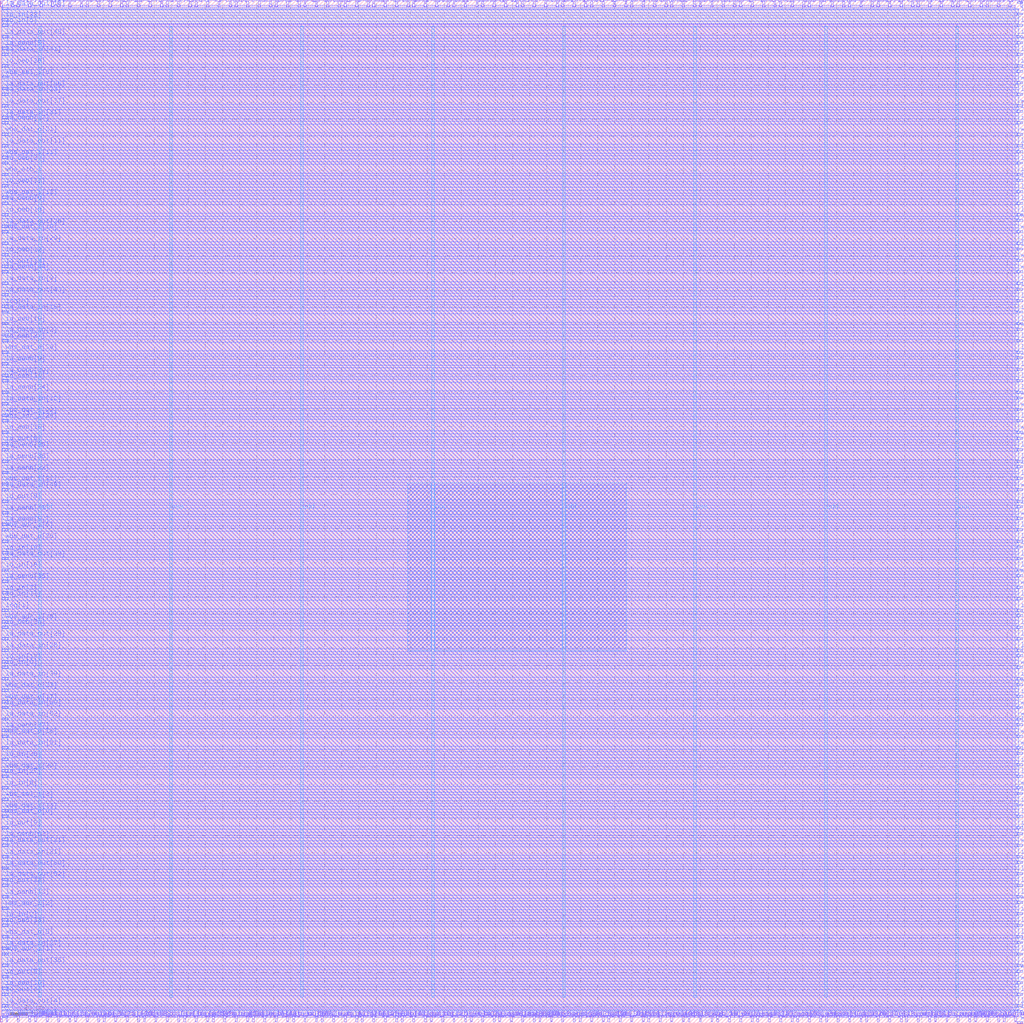
<source format=lef>
VERSION 5.7 ;
  NOWIREEXTENSIONATPIN ON ;
  DIVIDERCHAR "/" ;
  BUSBITCHARS "[]" ;
MACRO user_proj_example
  CLASS BLOCK ;
  FOREIGN user_proj_example ;
  ORIGIN 0.000 0.000 ;
  SIZE 600.000 BY 600.000 ;
  PIN io_in[0]
    DIRECTION INPUT ;
    USE SIGNAL ;
    PORT
      LAYER Metal3 ;
        RECT 1.000 208.040 4.000 209.160 ;
    END
  END io_in[0]
  PIN io_in[10]
    DIRECTION INPUT ;
    USE SIGNAL ;
    PORT
      LAYER Metal3 ;
        RECT 1.000 275.240 4.000 276.360 ;
    END
  END io_in[10]
  PIN io_in[11]
    DIRECTION INPUT ;
    USE SIGNAL ;
    PORT
      LAYER Metal3 ;
        RECT 1.000 248.360 4.000 249.480 ;
    END
  END io_in[11]
  PIN io_in[12]
    DIRECTION INPUT ;
    USE SIGNAL ;
    PORT
      LAYER Metal2 ;
        RECT 577.640 596.000 578.760 599.000 ;
    END
  END io_in[12]
  PIN io_in[13]
    DIRECTION INPUT ;
    USE SIGNAL ;
    PORT
      LAYER Metal3 ;
        RECT 1.000 211.400 4.000 212.520 ;
    END
  END io_in[13]
  PIN io_in[14]
    DIRECTION INPUT ;
    USE SIGNAL ;
    PORT
      LAYER Metal2 ;
        RECT 329.000 596.000 330.120 599.000 ;
    END
  END io_in[14]
  PIN io_in[15]
    DIRECTION INPUT ;
    USE SIGNAL ;
    PORT
      LAYER Metal3 ;
        RECT 596.000 113.960 599.000 115.080 ;
    END
  END io_in[15]
  PIN io_in[16]
    DIRECTION INPUT ;
    USE SIGNAL ;
    PORT
      LAYER Metal2 ;
        RECT 171.080 1.000 172.200 4.000 ;
    END
  END io_in[16]
  PIN io_in[17]
    DIRECTION INPUT ;
    USE SIGNAL ;
    PORT
      LAYER Metal2 ;
        RECT 134.120 596.000 135.240 599.000 ;
    END
  END io_in[17]
  PIN io_in[18]
    DIRECTION INPUT ;
    USE SIGNAL ;
    PORT
      LAYER Metal3 ;
        RECT 1.000 265.160 4.000 266.280 ;
    END
  END io_in[18]
  PIN io_in[19]
    DIRECTION INPUT ;
    USE SIGNAL ;
    PORT
      LAYER Metal3 ;
        RECT 596.000 597.800 599.000 598.920 ;
    END
  END io_in[19]
  PIN io_in[1]
    DIRECTION INPUT ;
    USE SIGNAL ;
    PORT
      LAYER Metal2 ;
        RECT 480.200 596.000 481.320 599.000 ;
    END
  END io_in[1]
  PIN io_in[20]
    DIRECTION INPUT ;
    USE SIGNAL ;
    PORT
      LAYER Metal2 ;
        RECT 345.800 596.000 346.920 599.000 ;
    END
  END io_in[20]
  PIN io_in[21]
    DIRECTION INPUT ;
    USE SIGNAL ;
    PORT
      LAYER Metal2 ;
        RECT 567.560 596.000 568.680 599.000 ;
    END
  END io_in[21]
  PIN io_in[22]
    DIRECTION INPUT ;
    USE SIGNAL ;
    PORT
      LAYER Metal2 ;
        RECT 9.800 596.000 10.920 599.000 ;
    END
  END io_in[22]
  PIN io_in[23]
    DIRECTION INPUT ;
    USE SIGNAL ;
    PORT
      LAYER Metal2 ;
        RECT 80.360 1.000 81.480 4.000 ;
    END
  END io_in[23]
  PIN io_in[24]
    DIRECTION INPUT ;
    USE SIGNAL ;
    PORT
      LAYER Metal2 ;
        RECT 73.640 596.000 74.760 599.000 ;
    END
  END io_in[24]
  PIN io_in[25]
    DIRECTION INPUT ;
    USE SIGNAL ;
    PORT
      LAYER Metal2 ;
        RECT 97.160 596.000 98.280 599.000 ;
    END
  END io_in[25]
  PIN io_in[26]
    DIRECTION INPUT ;
    USE SIGNAL ;
    PORT
      LAYER Metal3 ;
        RECT 596.000 63.560 599.000 64.680 ;
    END
  END io_in[26]
  PIN io_in[27]
    DIRECTION INPUT ;
    USE SIGNAL ;
    PORT
      LAYER Metal3 ;
        RECT 1.000 144.200 4.000 145.320 ;
    END
  END io_in[27]
  PIN io_in[28]
    DIRECTION INPUT ;
    USE SIGNAL ;
    PORT
      LAYER Metal2 ;
        RECT 23.240 596.000 24.360 599.000 ;
    END
  END io_in[28]
  PIN io_in[29]
    DIRECTION INPUT ;
    USE SIGNAL ;
    PORT
      LAYER Metal3 ;
        RECT 596.000 584.360 599.000 585.480 ;
    END
  END io_in[29]
  PIN io_in[2]
    DIRECTION INPUT ;
    USE SIGNAL ;
    PORT
      LAYER Metal3 ;
        RECT 1.000 60.200 4.000 61.320 ;
    END
  END io_in[2]
  PIN io_in[30]
    DIRECTION INPUT ;
    USE SIGNAL ;
    PORT
      LAYER Metal2 ;
        RECT 419.720 1.000 420.840 4.000 ;
    END
  END io_in[30]
  PIN io_in[31]
    DIRECTION INPUT ;
    USE SIGNAL ;
    PORT
      LAYER Metal2 ;
        RECT 87.080 596.000 88.200 599.000 ;
    END
  END io_in[31]
  PIN io_in[32]
    DIRECTION INPUT ;
    USE SIGNAL ;
    PORT
      LAYER Metal2 ;
        RECT 355.880 1.000 357.000 4.000 ;
    END
  END io_in[32]
  PIN io_in[33]
    DIRECTION INPUT ;
    USE SIGNAL ;
    PORT
      LAYER Metal3 ;
        RECT 1.000 587.720 4.000 588.840 ;
    END
  END io_in[33]
  PIN io_in[34]
    DIRECTION INPUT ;
    USE SIGNAL ;
    PORT
      LAYER Metal2 ;
        RECT 537.320 596.000 538.440 599.000 ;
    END
  END io_in[34]
  PIN io_in[35]
    DIRECTION INPUT ;
    USE SIGNAL ;
    PORT
      LAYER Metal2 ;
        RECT 127.400 596.000 128.520 599.000 ;
    END
  END io_in[35]
  PIN io_in[36]
    DIRECTION INPUT ;
    USE SIGNAL ;
    PORT
      LAYER Metal3 ;
        RECT 1.000 154.280 4.000 155.400 ;
    END
  END io_in[36]
  PIN io_in[37]
    DIRECTION INPUT ;
    USE SIGNAL ;
    PORT
      LAYER Metal3 ;
        RECT 596.000 97.160 599.000 98.280 ;
    END
  END io_in[37]
  PIN io_in[3]
    DIRECTION INPUT ;
    USE SIGNAL ;
    PORT
      LAYER Metal3 ;
        RECT 1.000 251.720 4.000 252.840 ;
    END
  END io_in[3]
  PIN io_in[4]
    DIRECTION INPUT ;
    USE SIGNAL ;
    PORT
      LAYER Metal2 ;
        RECT 537.320 1.000 538.440 4.000 ;
    END
  END io_in[4]
  PIN io_in[5]
    DIRECTION INPUT ;
    USE SIGNAL ;
    PORT
      LAYER Metal3 ;
        RECT 1.000 584.360 4.000 585.480 ;
    END
  END io_in[5]
  PIN io_in[6]
    DIRECTION INPUT ;
    USE SIGNAL ;
    PORT
      LAYER Metal3 ;
        RECT 1.000 137.480 4.000 138.600 ;
    END
  END io_in[6]
  PIN io_in[7]
    DIRECTION INPUT ;
    USE SIGNAL ;
    PORT
      LAYER Metal3 ;
        RECT 596.000 157.640 599.000 158.760 ;
    END
  END io_in[7]
  PIN io_in[8]
    DIRECTION INPUT ;
    USE SIGNAL ;
    PORT
      LAYER Metal2 ;
        RECT 584.360 1.000 585.480 4.000 ;
    END
  END io_in[8]
  PIN io_in[9]
    DIRECTION INPUT ;
    USE SIGNAL ;
    PORT
      LAYER Metal2 ;
        RECT 510.440 596.000 511.560 599.000 ;
    END
  END io_in[9]
  PIN io_oeb[0]
    DIRECTION OUTPUT TRISTATE ;
    USE SIGNAL ;
    PORT
      LAYER Metal2 ;
        RECT 16.520 596.000 17.640 599.000 ;
    END
  END io_oeb[0]
  PIN io_oeb[10]
    DIRECTION OUTPUT TRISTATE ;
    USE SIGNAL ;
    PORT
      LAYER Metal3 ;
        RECT 1.000 409.640 4.000 410.760 ;
    END
  END io_oeb[10]
  PIN io_oeb[11]
    DIRECTION OUTPUT TRISTATE ;
    USE SIGNAL ;
    PORT
      LAYER Metal3 ;
        RECT 1.000 376.040 4.000 377.160 ;
    END
  END io_oeb[11]
  PIN io_oeb[12]
    DIRECTION OUTPUT TRISTATE ;
    USE SIGNAL ;
    PORT
      LAYER Metal3 ;
        RECT 1.000 449.960 4.000 451.080 ;
    END
  END io_oeb[12]
  PIN io_oeb[13]
    DIRECTION OUTPUT TRISTATE ;
    USE SIGNAL ;
    PORT
      LAYER Metal2 ;
        RECT 513.800 1.000 514.920 4.000 ;
    END
  END io_oeb[13]
  PIN io_oeb[14]
    DIRECTION OUTPUT TRISTATE ;
    USE SIGNAL ;
    PORT
      LAYER Metal2 ;
        RECT 587.720 1.000 588.840 4.000 ;
    END
  END io_oeb[14]
  PIN io_oeb[15]
    DIRECTION OUTPUT TRISTATE ;
    USE SIGNAL ;
    PORT
      LAYER Metal2 ;
        RECT 318.920 596.000 320.040 599.000 ;
    END
  END io_oeb[15]
  PIN io_oeb[16]
    DIRECTION OUTPUT TRISTATE ;
    USE SIGNAL ;
    PORT
      LAYER Metal3 ;
        RECT 1.000 345.800 4.000 346.920 ;
    END
  END io_oeb[16]
  PIN io_oeb[17]
    DIRECTION OUTPUT TRISTATE ;
    USE SIGNAL ;
    PORT
      LAYER Metal2 ;
        RECT 56.840 596.000 57.960 599.000 ;
    END
  END io_oeb[17]
  PIN io_oeb[18]
    DIRECTION OUTPUT TRISTATE ;
    USE SIGNAL ;
    PORT
      LAYER Metal3 ;
        RECT 1.000 473.480 4.000 474.600 ;
    END
  END io_oeb[18]
  PIN io_oeb[19]
    DIRECTION OUTPUT TRISTATE ;
    USE SIGNAL ;
    PORT
      LAYER Metal2 ;
        RECT 241.640 1.000 242.760 4.000 ;
    END
  END io_oeb[19]
  PIN io_oeb[1]
    DIRECTION OUTPUT TRISTATE ;
    USE SIGNAL ;
    PORT
      LAYER Metal3 ;
        RECT 596.000 46.760 599.000 47.880 ;
    END
  END io_oeb[1]
  PIN io_oeb[20]
    DIRECTION OUTPUT TRISTATE ;
    USE SIGNAL ;
    PORT
      LAYER Metal2 ;
        RECT 507.080 1.000 508.200 4.000 ;
    END
  END io_oeb[20]
  PIN io_oeb[21]
    DIRECTION OUTPUT TRISTATE ;
    USE SIGNAL ;
    PORT
      LAYER Metal2 ;
        RECT 56.840 1.000 57.960 4.000 ;
    END
  END io_oeb[21]
  PIN io_oeb[22]
    DIRECTION OUTPUT TRISTATE ;
    USE SIGNAL ;
    PORT
      LAYER Metal3 ;
        RECT 596.000 150.920 599.000 152.040 ;
    END
  END io_oeb[22]
  PIN io_oeb[23]
    DIRECTION OUTPUT TRISTATE ;
    USE SIGNAL ;
    PORT
      LAYER Metal3 ;
        RECT 1.000 56.840 4.000 57.960 ;
    END
  END io_oeb[23]
  PIN io_oeb[24]
    DIRECTION OUTPUT TRISTATE ;
    USE SIGNAL ;
    PORT
      LAYER Metal3 ;
        RECT 596.000 134.120 599.000 135.240 ;
    END
  END io_oeb[24]
  PIN io_oeb[25]
    DIRECTION OUTPUT TRISTATE ;
    USE SIGNAL ;
    PORT
      LAYER Metal2 ;
        RECT 211.400 1.000 212.520 4.000 ;
    END
  END io_oeb[25]
  PIN io_oeb[26]
    DIRECTION OUTPUT TRISTATE ;
    USE SIGNAL ;
    PORT
      LAYER Metal2 ;
        RECT 497.000 1.000 498.120 4.000 ;
    END
  END io_oeb[26]
  PIN io_oeb[27]
    DIRECTION OUTPUT TRISTATE ;
    USE SIGNAL ;
    PORT
      LAYER Metal3 ;
        RECT 1.000 399.560 4.000 400.680 ;
    END
  END io_oeb[27]
  PIN io_oeb[28]
    DIRECTION OUTPUT TRISTATE ;
    USE SIGNAL ;
    PORT
      LAYER Metal3 ;
        RECT 1.000 560.840 4.000 561.960 ;
    END
  END io_oeb[28]
  PIN io_oeb[29]
    DIRECTION OUTPUT TRISTATE ;
    USE SIGNAL ;
    PORT
      LAYER Metal2 ;
        RECT 120.680 596.000 121.800 599.000 ;
    END
  END io_oeb[29]
  PIN io_oeb[2]
    DIRECTION OUTPUT TRISTATE ;
    USE SIGNAL ;
    PORT
      LAYER Metal2 ;
        RECT 386.120 1.000 387.240 4.000 ;
    END
  END io_oeb[2]
  PIN io_oeb[30]
    DIRECTION OUTPUT TRISTATE ;
    USE SIGNAL ;
    PORT
      LAYER Metal3 ;
        RECT 1.000 19.880 4.000 21.000 ;
    END
  END io_oeb[30]
  PIN io_oeb[31]
    DIRECTION OUTPUT TRISTATE ;
    USE SIGNAL ;
    PORT
      LAYER Metal3 ;
        RECT 596.000 416.360 599.000 417.480 ;
    END
  END io_oeb[31]
  PIN io_oeb[32]
    DIRECTION OUTPUT TRISTATE ;
    USE SIGNAL ;
    PORT
      LAYER Metal3 ;
        RECT 596.000 93.800 599.000 94.920 ;
    END
  END io_oeb[32]
  PIN io_oeb[33]
    DIRECTION OUTPUT TRISTATE ;
    USE SIGNAL ;
    PORT
      LAYER Metal3 ;
        RECT 1.000 490.280 4.000 491.400 ;
    END
  END io_oeb[33]
  PIN io_oeb[34]
    DIRECTION OUTPUT TRISTATE ;
    USE SIGNAL ;
    PORT
      LAYER Metal3 ;
        RECT 1.000 231.560 4.000 232.680 ;
    END
  END io_oeb[34]
  PIN io_oeb[35]
    DIRECTION OUTPUT TRISTATE ;
    USE SIGNAL ;
    PORT
      LAYER Metal2 ;
        RECT 335.720 596.000 336.840 599.000 ;
    END
  END io_oeb[35]
  PIN io_oeb[36]
    DIRECTION OUTPUT TRISTATE ;
    USE SIGNAL ;
    PORT
      LAYER Metal2 ;
        RECT 560.840 1.000 561.960 4.000 ;
    END
  END io_oeb[36]
  PIN io_oeb[37]
    DIRECTION OUTPUT TRISTATE ;
    USE SIGNAL ;
    PORT
      LAYER Metal3 ;
        RECT 1.000 503.720 4.000 504.840 ;
    END
  END io_oeb[37]
  PIN io_oeb[3]
    DIRECTION OUTPUT TRISTATE ;
    USE SIGNAL ;
    PORT
      LAYER Metal3 ;
        RECT 596.000 201.320 599.000 202.440 ;
    END
  END io_oeb[3]
  PIN io_oeb[4]
    DIRECTION OUTPUT TRISTATE ;
    USE SIGNAL ;
    PORT
      LAYER Metal2 ;
        RECT -0.280 596.000 0.840 599.000 ;
    END
  END io_oeb[4]
  PIN io_oeb[5]
    DIRECTION OUTPUT TRISTATE ;
    USE SIGNAL ;
    PORT
      LAYER Metal3 ;
        RECT 596.000 577.640 599.000 578.760 ;
    END
  END io_oeb[5]
  PIN io_oeb[6]
    DIRECTION OUTPUT TRISTATE ;
    USE SIGNAL ;
    PORT
      LAYER Metal2 ;
        RECT 288.680 596.000 289.800 599.000 ;
    END
  END io_oeb[6]
  PIN io_oeb[7]
    DIRECTION OUTPUT TRISTATE ;
    USE SIGNAL ;
    PORT
      LAYER Metal3 ;
        RECT 596.000 33.320 599.000 34.440 ;
    END
  END io_oeb[7]
  PIN io_oeb[8]
    DIRECTION OUTPUT TRISTATE ;
    USE SIGNAL ;
    PORT
      LAYER Metal3 ;
        RECT 596.000 241.640 599.000 242.760 ;
    END
  END io_oeb[8]
  PIN io_oeb[9]
    DIRECTION OUTPUT TRISTATE ;
    USE SIGNAL ;
    PORT
      LAYER Metal3 ;
        RECT 596.000 238.280 599.000 239.400 ;
    END
  END io_oeb[9]
  PIN io_out[0]
    DIRECTION OUTPUT TRISTATE ;
    USE SIGNAL ;
    PORT
      LAYER Metal3 ;
        RECT 1.000 113.960 4.000 115.080 ;
    END
  END io_out[0]
  PIN io_out[10]
    DIRECTION OUTPUT TRISTATE ;
    USE SIGNAL ;
    PORT
      LAYER Metal2 ;
        RECT 584.360 596.000 585.480 599.000 ;
    END
  END io_out[10]
  PIN io_out[11]
    DIRECTION OUTPUT TRISTATE ;
    USE SIGNAL ;
    PORT
      LAYER Metal3 ;
        RECT 596.000 527.240 599.000 528.360 ;
    END
  END io_out[11]
  PIN io_out[12]
    DIRECTION OUTPUT TRISTATE ;
    USE SIGNAL ;
    PORT
      LAYER Metal3 ;
        RECT 596.000 591.080 599.000 592.200 ;
    END
  END io_out[12]
  PIN io_out[13]
    DIRECTION OUTPUT TRISTATE ;
    USE SIGNAL ;
    PORT
      LAYER Metal3 ;
        RECT 1.000 443.240 4.000 444.360 ;
    END
  END io_out[13]
  PIN io_out[14]
    DIRECTION OUTPUT TRISTATE ;
    USE SIGNAL ;
    PORT
      LAYER Metal2 ;
        RECT 234.920 1.000 236.040 4.000 ;
    END
  END io_out[14]
  PIN io_out[15]
    DIRECTION OUTPUT TRISTATE ;
    USE SIGNAL ;
    PORT
      LAYER Metal3 ;
        RECT 596.000 497.000 599.000 498.120 ;
    END
  END io_out[15]
  PIN io_out[16]
    DIRECTION OUTPUT TRISTATE ;
    USE SIGNAL ;
    PORT
      LAYER Metal2 ;
        RECT 66.920 1.000 68.040 4.000 ;
    END
  END io_out[16]
  PIN io_out[17]
    DIRECTION OUTPUT TRISTATE ;
    USE SIGNAL ;
    PORT
      LAYER Metal2 ;
        RECT 503.720 1.000 504.840 4.000 ;
    END
  END io_out[17]
  PIN io_out[18]
    DIRECTION OUTPUT TRISTATE ;
    USE SIGNAL ;
    PORT
      LAYER Metal2 ;
        RECT 392.840 1.000 393.960 4.000 ;
    END
  END io_out[18]
  PIN io_out[19]
    DIRECTION OUTPUT TRISTATE ;
    USE SIGNAL ;
    PORT
      LAYER Metal2 ;
        RECT 40.040 1.000 41.160 4.000 ;
    END
  END io_out[19]
  PIN io_out[1]
    DIRECTION OUTPUT TRISTATE ;
    USE SIGNAL ;
    PORT
      LAYER Metal2 ;
        RECT 409.640 1.000 410.760 4.000 ;
    END
  END io_out[1]
  PIN io_out[20]
    DIRECTION OUTPUT TRISTATE ;
    USE SIGNAL ;
    PORT
      LAYER Metal2 ;
        RECT 271.880 1.000 273.000 4.000 ;
    END
  END io_out[20]
  PIN io_out[21]
    DIRECTION OUTPUT TRISTATE ;
    USE SIGNAL ;
    PORT
      LAYER Metal2 ;
        RECT 201.320 1.000 202.440 4.000 ;
    END
  END io_out[21]
  PIN io_out[22]
    DIRECTION OUTPUT TRISTATE ;
    USE SIGNAL ;
    PORT
      LAYER Metal3 ;
        RECT 1.000 80.360 4.000 81.480 ;
    END
  END io_out[22]
  PIN io_out[23]
    DIRECTION OUTPUT TRISTATE ;
    USE SIGNAL ;
    PORT
      LAYER Metal2 ;
        RECT 439.880 596.000 441.000 599.000 ;
    END
  END io_out[23]
  PIN io_out[24]
    DIRECTION OUTPUT TRISTATE ;
    USE SIGNAL ;
    PORT
      LAYER Metal2 ;
        RECT 278.600 596.000 279.720 599.000 ;
    END
  END io_out[24]
  PIN io_out[25]
    DIRECTION OUTPUT TRISTATE ;
    USE SIGNAL ;
    PORT
      LAYER Metal2 ;
        RECT 251.720 1.000 252.840 4.000 ;
    END
  END io_out[25]
  PIN io_out[26]
    DIRECTION OUTPUT TRISTATE ;
    USE SIGNAL ;
    PORT
      LAYER Metal2 ;
        RECT 423.080 596.000 424.200 599.000 ;
    END
  END io_out[26]
  PIN io_out[27]
    DIRECTION OUTPUT TRISTATE ;
    USE SIGNAL ;
    PORT
      LAYER Metal2 ;
        RECT 443.240 1.000 444.360 4.000 ;
    END
  END io_out[27]
  PIN io_out[28]
    DIRECTION OUTPUT TRISTATE ;
    USE SIGNAL ;
    PORT
      LAYER Metal2 ;
        RECT 382.760 596.000 383.880 599.000 ;
    END
  END io_out[28]
  PIN io_out[29]
    DIRECTION OUTPUT TRISTATE ;
    USE SIGNAL ;
    PORT
      LAYER Metal2 ;
        RECT 567.560 1.000 568.680 4.000 ;
    END
  END io_out[29]
  PIN io_out[2]
    DIRECTION OUTPUT TRISTATE ;
    USE SIGNAL ;
    PORT
      LAYER Metal2 ;
        RECT 550.760 596.000 551.880 599.000 ;
    END
  END io_out[2]
  PIN io_out[30]
    DIRECTION OUTPUT TRISTATE ;
    USE SIGNAL ;
    PORT
      LAYER Metal3 ;
        RECT 596.000 127.400 599.000 128.520 ;
    END
  END io_out[30]
  PIN io_out[31]
    DIRECTION OUTPUT TRISTATE ;
    USE SIGNAL ;
    PORT
      LAYER Metal2 ;
        RECT 503.720 596.000 504.840 599.000 ;
    END
  END io_out[31]
  PIN io_out[32]
    DIRECTION OUTPUT TRISTATE ;
    USE SIGNAL ;
    PORT
      LAYER Metal3 ;
        RECT 596.000 191.240 599.000 192.360 ;
    END
  END io_out[32]
  PIN io_out[33]
    DIRECTION OUTPUT TRISTATE ;
    USE SIGNAL ;
    PORT
      LAYER Metal2 ;
        RECT 399.560 1.000 400.680 4.000 ;
    END
  END io_out[33]
  PIN io_out[34]
    DIRECTION OUTPUT TRISTATE ;
    USE SIGNAL ;
    PORT
      LAYER Metal3 ;
        RECT 596.000 389.480 599.000 390.600 ;
    END
  END io_out[34]
  PIN io_out[35]
    DIRECTION OUTPUT TRISTATE ;
    USE SIGNAL ;
    PORT
      LAYER Metal2 ;
        RECT 144.200 1.000 145.320 4.000 ;
    END
  END io_out[35]
  PIN io_out[36]
    DIRECTION OUTPUT TRISTATE ;
    USE SIGNAL ;
    PORT
      LAYER Metal3 ;
        RECT 596.000 560.840 599.000 561.960 ;
    END
  END io_out[36]
  PIN io_out[37]
    DIRECTION OUTPUT TRISTATE ;
    USE SIGNAL ;
    PORT
      LAYER Metal3 ;
        RECT 596.000 557.480 599.000 558.600 ;
    END
  END io_out[37]
  PIN io_out[3]
    DIRECTION OUTPUT TRISTATE ;
    USE SIGNAL ;
    PORT
      LAYER Metal3 ;
        RECT 596.000 429.800 599.000 430.920 ;
    END
  END io_out[3]
  PIN io_out[4]
    DIRECTION OUTPUT TRISTATE ;
    USE SIGNAL ;
    PORT
      LAYER Metal3 ;
        RECT 1.000 16.520 4.000 17.640 ;
    END
  END io_out[4]
  PIN io_out[5]
    DIRECTION OUTPUT TRISTATE ;
    USE SIGNAL ;
    PORT
      LAYER Metal3 ;
        RECT 1.000 26.600 4.000 27.720 ;
    END
  END io_out[5]
  PIN io_out[6]
    DIRECTION OUTPUT TRISTATE ;
    USE SIGNAL ;
    PORT
      LAYER Metal3 ;
        RECT 1.000 339.080 4.000 340.200 ;
    END
  END io_out[6]
  PIN io_out[7]
    DIRECTION OUTPUT TRISTATE ;
    USE SIGNAL ;
    PORT
      LAYER Metal2 ;
        RECT 376.040 596.000 377.160 599.000 ;
    END
  END io_out[7]
  PIN io_out[8]
    DIRECTION OUTPUT TRISTATE ;
    USE SIGNAL ;
    PORT
      LAYER Metal2 ;
        RECT 154.280 1.000 155.400 4.000 ;
    END
  END io_out[8]
  PIN io_out[9]
    DIRECTION OUTPUT TRISTATE ;
    USE SIGNAL ;
    PORT
      LAYER Metal3 ;
        RECT 1.000 305.480 4.000 306.600 ;
    END
  END io_out[9]
  PIN irq[0]
    DIRECTION OUTPUT TRISTATE ;
    USE SIGNAL ;
    PORT
      LAYER Metal3 ;
        RECT 1.000 419.720 4.000 420.840 ;
    END
  END irq[0]
  PIN irq[1]
    DIRECTION OUTPUT TRISTATE ;
    USE SIGNAL ;
    PORT
      LAYER Metal3 ;
        RECT 1.000 241.640 4.000 242.760 ;
    END
  END irq[1]
  PIN irq[2]
    DIRECTION OUTPUT TRISTATE ;
    USE SIGNAL ;
    PORT
      LAYER Metal2 ;
        RECT 184.520 1.000 185.640 4.000 ;
    END
  END irq[2]
  PIN la_data_in[0]
    DIRECTION INPUT ;
    USE SIGNAL ;
    PORT
      LAYER Metal2 ;
        RECT 241.640 596.000 242.760 599.000 ;
    END
  END la_data_in[0]
  PIN la_data_in[10]
    DIRECTION INPUT ;
    USE SIGNAL ;
    PORT
      LAYER Metal2 ;
        RECT 560.840 596.000 561.960 599.000 ;
    END
  END la_data_in[10]
  PIN la_data_in[11]
    DIRECTION INPUT ;
    USE SIGNAL ;
    PORT
      LAYER Metal2 ;
        RECT 281.960 1.000 283.080 4.000 ;
    END
  END la_data_in[11]
  PIN la_data_in[12]
    DIRECTION INPUT ;
    USE SIGNAL ;
    PORT
      LAYER Metal3 ;
        RECT 1.000 362.600 4.000 363.720 ;
    END
  END la_data_in[12]
  PIN la_data_in[13]
    DIRECTION INPUT ;
    USE SIGNAL ;
    PORT
      LAYER Metal3 ;
        RECT 596.000 87.080 599.000 88.200 ;
    END
  END la_data_in[13]
  PIN la_data_in[14]
    DIRECTION INPUT ;
    USE SIGNAL ;
    PORT
      LAYER Metal3 ;
        RECT 596.000 218.120 599.000 219.240 ;
    END
  END la_data_in[14]
  PIN la_data_in[15]
    DIRECTION INPUT ;
    USE SIGNAL ;
    PORT
      LAYER Metal3 ;
        RECT 1.000 416.360 4.000 417.480 ;
    END
  END la_data_in[15]
  PIN la_data_in[16]
    DIRECTION INPUT ;
    USE SIGNAL ;
    PORT
      LAYER Metal2 ;
        RECT 137.480 596.000 138.600 599.000 ;
    END
  END la_data_in[16]
  PIN la_data_in[17]
    DIRECTION INPUT ;
    USE SIGNAL ;
    PORT
      LAYER Metal3 ;
        RECT 596.000 120.680 599.000 121.800 ;
    END
  END la_data_in[17]
  PIN la_data_in[18]
    DIRECTION INPUT ;
    USE SIGNAL ;
    PORT
      LAYER Metal3 ;
        RECT 596.000 453.320 599.000 454.440 ;
    END
  END la_data_in[18]
  PIN la_data_in[19]
    DIRECTION INPUT ;
    USE SIGNAL ;
    PORT
      LAYER Metal3 ;
        RECT 596.000 265.160 599.000 266.280 ;
    END
  END la_data_in[19]
  PIN la_data_in[1]
    DIRECTION INPUT ;
    USE SIGNAL ;
    PORT
      LAYER Metal2 ;
        RECT 456.680 596.000 457.800 599.000 ;
    END
  END la_data_in[1]
  PIN la_data_in[20]
    DIRECTION INPUT ;
    USE SIGNAL ;
    PORT
      LAYER Metal2 ;
        RECT 305.480 596.000 306.600 599.000 ;
    END
  END la_data_in[20]
  PIN la_data_in[21]
    DIRECTION INPUT ;
    USE SIGNAL ;
    PORT
      LAYER Metal3 ;
        RECT 1.000 97.160 4.000 98.280 ;
    END
  END la_data_in[21]
  PIN la_data_in[22]
    DIRECTION INPUT ;
    USE SIGNAL ;
    PORT
      LAYER Metal2 ;
        RECT 369.320 596.000 370.440 599.000 ;
    END
  END la_data_in[22]
  PIN la_data_in[23]
    DIRECTION INPUT ;
    USE SIGNAL ;
    PORT
      LAYER Metal3 ;
        RECT 1.000 544.040 4.000 545.160 ;
    END
  END la_data_in[23]
  PIN la_data_in[24]
    DIRECTION INPUT ;
    USE SIGNAL ;
    PORT
      LAYER Metal2 ;
        RECT 261.800 596.000 262.920 599.000 ;
    END
  END la_data_in[24]
  PIN la_data_in[25]
    DIRECTION INPUT ;
    USE SIGNAL ;
    PORT
      LAYER Metal3 ;
        RECT 596.000 144.200 599.000 145.320 ;
    END
  END la_data_in[25]
  PIN la_data_in[26]
    DIRECTION INPUT ;
    USE SIGNAL ;
    PORT
      LAYER Metal2 ;
        RECT 194.600 1.000 195.720 4.000 ;
    END
  END la_data_in[26]
  PIN la_data_in[27]
    DIRECTION INPUT ;
    USE SIGNAL ;
    PORT
      LAYER Metal3 ;
        RECT 1.000 43.400 4.000 44.520 ;
    END
  END la_data_in[27]
  PIN la_data_in[28]
    DIRECTION INPUT ;
    USE SIGNAL ;
    PORT
      LAYER Metal3 ;
        RECT 1.000 218.120 4.000 219.240 ;
    END
  END la_data_in[28]
  PIN la_data_in[29]
    DIRECTION INPUT ;
    USE SIGNAL ;
    PORT
      LAYER Metal3 ;
        RECT 1.000 456.680 4.000 457.800 ;
    END
  END la_data_in[29]
  PIN la_data_in[2]
    DIRECTION INPUT ;
    USE SIGNAL ;
    PORT
      LAYER Metal3 ;
        RECT 1.000 402.920 4.000 404.040 ;
    END
  END la_data_in[2]
  PIN la_data_in[30]
    DIRECTION INPUT ;
    USE SIGNAL ;
    PORT
      LAYER Metal2 ;
        RECT 46.760 596.000 47.880 599.000 ;
    END
  END la_data_in[30]
  PIN la_data_in[31]
    DIRECTION INPUT ;
    USE SIGNAL ;
    PORT
      LAYER Metal3 ;
        RECT 1.000 530.600 4.000 531.720 ;
    END
  END la_data_in[31]
  PIN la_data_in[32]
    DIRECTION INPUT ;
    USE SIGNAL ;
    PORT
      LAYER Metal2 ;
        RECT 302.120 596.000 303.240 599.000 ;
    END
  END la_data_in[32]
  PIN la_data_in[33]
    DIRECTION INPUT ;
    USE SIGNAL ;
    PORT
      LAYER Metal3 ;
        RECT 596.000 510.440 599.000 511.560 ;
    END
  END la_data_in[33]
  PIN la_data_in[34]
    DIRECTION INPUT ;
    USE SIGNAL ;
    PORT
      LAYER Metal2 ;
        RECT 184.520 596.000 185.640 599.000 ;
    END
  END la_data_in[34]
  PIN la_data_in[35]
    DIRECTION INPUT ;
    USE SIGNAL ;
    PORT
      LAYER Metal2 ;
        RECT 248.360 596.000 249.480 599.000 ;
    END
  END la_data_in[35]
  PIN la_data_in[36]
    DIRECTION INPUT ;
    USE SIGNAL ;
    PORT
      LAYER Metal3 ;
        RECT 596.000 325.640 599.000 326.760 ;
    END
  END la_data_in[36]
  PIN la_data_in[37]
    DIRECTION INPUT ;
    USE SIGNAL ;
    PORT
      LAYER Metal2 ;
        RECT 208.040 1.000 209.160 4.000 ;
    END
  END la_data_in[37]
  PIN la_data_in[38]
    DIRECTION INPUT ;
    USE SIGNAL ;
    PORT
      LAYER Metal2 ;
        RECT 288.680 1.000 289.800 4.000 ;
    END
  END la_data_in[38]
  PIN la_data_in[39]
    DIRECTION INPUT ;
    USE SIGNAL ;
    PORT
      LAYER Metal3 ;
        RECT 1.000 201.320 4.000 202.440 ;
    END
  END la_data_in[39]
  PIN la_data_in[3]
    DIRECTION INPUT ;
    USE SIGNAL ;
    PORT
      LAYER Metal3 ;
        RECT 596.000 369.320 599.000 370.440 ;
    END
  END la_data_in[3]
  PIN la_data_in[40]
    DIRECTION INPUT ;
    USE SIGNAL ;
    PORT
      LAYER Metal3 ;
        RECT 596.000 6.440 599.000 7.560 ;
    END
  END la_data_in[40]
  PIN la_data_in[41]
    DIRECTION INPUT ;
    USE SIGNAL ;
    PORT
      LAYER Metal3 ;
        RECT 1.000 567.560 4.000 568.680 ;
    END
  END la_data_in[41]
  PIN la_data_in[42]
    DIRECTION INPUT ;
    USE SIGNAL ;
    PORT
      LAYER Metal3 ;
        RECT 596.000 433.160 599.000 434.280 ;
    END
  END la_data_in[42]
  PIN la_data_in[43]
    DIRECTION INPUT ;
    USE SIGNAL ;
    PORT
      LAYER Metal2 ;
        RECT 369.320 1.000 370.440 4.000 ;
    END
  END la_data_in[43]
  PIN la_data_in[44]
    DIRECTION INPUT ;
    USE SIGNAL ;
    PORT
      LAYER Metal2 ;
        RECT 281.960 596.000 283.080 599.000 ;
    END
  END la_data_in[44]
  PIN la_data_in[45]
    DIRECTION INPUT ;
    USE SIGNAL ;
    PORT
      LAYER Metal2 ;
        RECT 80.360 596.000 81.480 599.000 ;
    END
  END la_data_in[45]
  PIN la_data_in[46]
    DIRECTION INPUT ;
    USE SIGNAL ;
    PORT
      LAYER Metal2 ;
        RECT 50.120 596.000 51.240 599.000 ;
    END
  END la_data_in[46]
  PIN la_data_in[47]
    DIRECTION INPUT ;
    USE SIGNAL ;
    PORT
      LAYER Metal2 ;
        RECT 238.280 596.000 239.400 599.000 ;
    END
  END la_data_in[47]
  PIN la_data_in[48]
    DIRECTION INPUT ;
    USE SIGNAL ;
    PORT
      LAYER Metal2 ;
        RECT 275.240 1.000 276.360 4.000 ;
    END
  END la_data_in[48]
  PIN la_data_in[49]
    DIRECTION INPUT ;
    USE SIGNAL ;
    PORT
      LAYER Metal3 ;
        RECT 1.000 312.200 4.000 313.320 ;
    END
  END la_data_in[49]
  PIN la_data_in[4]
    DIRECTION INPUT ;
    USE SIGNAL ;
    PORT
      LAYER Metal2 ;
        RECT 493.640 596.000 494.760 599.000 ;
    END
  END la_data_in[4]
  PIN la_data_in[50]
    DIRECTION INPUT ;
    USE SIGNAL ;
    PORT
      LAYER Metal3 ;
        RECT 1.000 184.520 4.000 185.640 ;
    END
  END la_data_in[50]
  PIN la_data_in[51]
    DIRECTION INPUT ;
    USE SIGNAL ;
    PORT
      LAYER Metal3 ;
        RECT 1.000 161.000 4.000 162.120 ;
    END
  END la_data_in[51]
  PIN la_data_in[52]
    DIRECTION INPUT ;
    USE SIGNAL ;
    PORT
      LAYER Metal3 ;
        RECT 1.000 177.800 4.000 178.920 ;
    END
  END la_data_in[52]
  PIN la_data_in[53]
    DIRECTION INPUT ;
    USE SIGNAL ;
    PORT
      LAYER Metal3 ;
        RECT 596.000 16.520 599.000 17.640 ;
    END
  END la_data_in[53]
  PIN la_data_in[54]
    DIRECTION INPUT ;
    USE SIGNAL ;
    PORT
      LAYER Metal2 ;
        RECT 218.120 1.000 219.240 4.000 ;
    END
  END la_data_in[54]
  PIN la_data_in[55]
    DIRECTION INPUT ;
    USE SIGNAL ;
    PORT
      LAYER Metal3 ;
        RECT 596.000 544.040 599.000 545.160 ;
    END
  END la_data_in[55]
  PIN la_data_in[56]
    DIRECTION INPUT ;
    USE SIGNAL ;
    PORT
      LAYER Metal2 ;
        RECT 103.880 1.000 105.000 4.000 ;
    END
  END la_data_in[56]
  PIN la_data_in[57]
    DIRECTION INPUT ;
    USE SIGNAL ;
    PORT
      LAYER Metal2 ;
        RECT 157.640 596.000 158.760 599.000 ;
    END
  END la_data_in[57]
  PIN la_data_in[58]
    DIRECTION INPUT ;
    USE SIGNAL ;
    PORT
      LAYER Metal2 ;
        RECT 224.840 596.000 225.960 599.000 ;
    END
  END la_data_in[58]
  PIN la_data_in[59]
    DIRECTION INPUT ;
    USE SIGNAL ;
    PORT
      LAYER Metal2 ;
        RECT 352.520 1.000 353.640 4.000 ;
    END
  END la_data_in[59]
  PIN la_data_in[5]
    DIRECTION INPUT ;
    USE SIGNAL ;
    PORT
      LAYER Metal3 ;
        RECT 1.000 3.080 4.000 4.200 ;
    END
  END la_data_in[5]
  PIN la_data_in[60]
    DIRECTION INPUT ;
    USE SIGNAL ;
    PORT
      LAYER Metal2 ;
        RECT 120.680 1.000 121.800 4.000 ;
    END
  END la_data_in[60]
  PIN la_data_in[61]
    DIRECTION INPUT ;
    USE SIGNAL ;
    PORT
      LAYER Metal3 ;
        RECT 596.000 214.760 599.000 215.880 ;
    END
  END la_data_in[61]
  PIN la_data_in[62]
    DIRECTION INPUT ;
    USE SIGNAL ;
    PORT
      LAYER Metal2 ;
        RECT 177.800 596.000 178.920 599.000 ;
    END
  END la_data_in[62]
  PIN la_data_in[63]
    DIRECTION INPUT ;
    USE SIGNAL ;
    PORT
      LAYER Metal2 ;
        RECT 544.040 596.000 545.160 599.000 ;
    END
  END la_data_in[63]
  PIN la_data_in[6]
    DIRECTION INPUT ;
    USE SIGNAL ;
    PORT
      LAYER Metal2 ;
        RECT 520.520 596.000 521.640 599.000 ;
    END
  END la_data_in[6]
  PIN la_data_in[7]
    DIRECTION INPUT ;
    USE SIGNAL ;
    PORT
      LAYER Metal3 ;
        RECT 596.000 318.920 599.000 320.040 ;
    END
  END la_data_in[7]
  PIN la_data_in[8]
    DIRECTION INPUT ;
    USE SIGNAL ;
    PORT
      LAYER Metal2 ;
        RECT 426.440 1.000 427.560 4.000 ;
    END
  END la_data_in[8]
  PIN la_data_in[9]
    DIRECTION INPUT ;
    USE SIGNAL ;
    PORT
      LAYER Metal3 ;
        RECT 1.000 433.160 4.000 434.280 ;
    END
  END la_data_in[9]
  PIN la_data_out[0]
    DIRECTION OUTPUT TRISTATE ;
    USE SIGNAL ;
    PORT
      LAYER Metal2 ;
        RECT 167.720 596.000 168.840 599.000 ;
    END
  END la_data_out[0]
  PIN la_data_out[10]
    DIRECTION OUTPUT TRISTATE ;
    USE SIGNAL ;
    PORT
      LAYER Metal3 ;
        RECT 596.000 248.360 599.000 249.480 ;
    END
  END la_data_out[10]
  PIN la_data_out[11]
    DIRECTION OUTPUT TRISTATE ;
    USE SIGNAL ;
    PORT
      LAYER Metal3 ;
        RECT 1.000 513.800 4.000 514.920 ;
    END
  END la_data_out[11]
  PIN la_data_out[12]
    DIRECTION OUTPUT TRISTATE ;
    USE SIGNAL ;
    PORT
      LAYER Metal3 ;
        RECT 596.000 329.000 599.000 330.120 ;
    END
  END la_data_out[12]
  PIN la_data_out[13]
    DIRECTION OUTPUT TRISTATE ;
    USE SIGNAL ;
    PORT
      LAYER Metal2 ;
        RECT 295.400 596.000 296.520 599.000 ;
    END
  END la_data_out[13]
  PIN la_data_out[14]
    DIRECTION OUTPUT TRISTATE ;
    USE SIGNAL ;
    PORT
      LAYER Metal2 ;
        RECT 265.160 596.000 266.280 599.000 ;
    END
  END la_data_out[14]
  PIN la_data_out[15]
    DIRECTION OUTPUT TRISTATE ;
    USE SIGNAL ;
    PORT
      LAYER Metal2 ;
        RECT 315.560 1.000 316.680 4.000 ;
    END
  END la_data_out[15]
  PIN la_data_out[16]
    DIRECTION OUTPUT TRISTATE ;
    USE SIGNAL ;
    PORT
      LAYER Metal3 ;
        RECT 596.000 278.600 599.000 279.720 ;
    END
  END la_data_out[16]
  PIN la_data_out[17]
    DIRECTION OUTPUT TRISTATE ;
    USE SIGNAL ;
    PORT
      LAYER Metal2 ;
        RECT 591.080 596.000 592.200 599.000 ;
    END
  END la_data_out[17]
  PIN la_data_out[18]
    DIRECTION OUTPUT TRISTATE ;
    USE SIGNAL ;
    PORT
      LAYER Metal3 ;
        RECT 1.000 594.440 4.000 595.560 ;
    END
  END la_data_out[18]
  PIN la_data_out[19]
    DIRECTION OUTPUT TRISTATE ;
    USE SIGNAL ;
    PORT
      LAYER Metal3 ;
        RECT 596.000 376.040 599.000 377.160 ;
    END
  END la_data_out[19]
  PIN la_data_out[1]
    DIRECTION OUTPUT TRISTATE ;
    USE SIGNAL ;
    PORT
      LAYER Metal2 ;
        RECT 177.800 1.000 178.920 4.000 ;
    END
  END la_data_out[1]
  PIN la_data_out[20]
    DIRECTION OUTPUT TRISTATE ;
    USE SIGNAL ;
    PORT
      LAYER Metal3 ;
        RECT 596.000 174.440 599.000 175.560 ;
    END
  END la_data_out[20]
  PIN la_data_out[21]
    DIRECTION OUTPUT TRISTATE ;
    USE SIGNAL ;
    PORT
      LAYER Metal3 ;
        RECT 1.000 103.880 4.000 105.000 ;
    END
  END la_data_out[21]
  PIN la_data_out[22]
    DIRECTION OUTPUT TRISTATE ;
    USE SIGNAL ;
    PORT
      LAYER Metal3 ;
        RECT 596.000 73.640 599.000 74.760 ;
    END
  END la_data_out[22]
  PIN la_data_out[23]
    DIRECTION OUTPUT TRISTATE ;
    USE SIGNAL ;
    PORT
      LAYER Metal2 ;
        RECT 365.960 596.000 367.080 599.000 ;
    END
  END la_data_out[23]
  PIN la_data_out[24]
    DIRECTION OUTPUT TRISTATE ;
    USE SIGNAL ;
    PORT
      LAYER Metal3 ;
        RECT 596.000 473.480 599.000 474.600 ;
    END
  END la_data_out[24]
  PIN la_data_out[25]
    DIRECTION OUTPUT TRISTATE ;
    USE SIGNAL ;
    PORT
      LAYER Metal2 ;
        RECT 258.440 1.000 259.560 4.000 ;
    END
  END la_data_out[25]
  PIN la_data_out[26]
    DIRECTION OUTPUT TRISTATE ;
    USE SIGNAL ;
    PORT
      LAYER Metal3 ;
        RECT 1.000 466.760 4.000 467.880 ;
    END
  END la_data_out[26]
  PIN la_data_out[27]
    DIRECTION OUTPUT TRISTATE ;
    USE SIGNAL ;
    PORT
      LAYER Metal3 ;
        RECT 596.000 271.880 599.000 273.000 ;
    END
  END la_data_out[27]
  PIN la_data_out[28]
    DIRECTION OUTPUT TRISTATE ;
    USE SIGNAL ;
    PORT
      LAYER Metal3 ;
        RECT 1.000 224.840 4.000 225.960 ;
    END
  END la_data_out[28]
  PIN la_data_out[29]
    DIRECTION OUTPUT TRISTATE ;
    USE SIGNAL ;
    PORT
      LAYER Metal2 ;
        RECT 352.520 596.000 353.640 599.000 ;
    END
  END la_data_out[29]
  PIN la_data_out[2]
    DIRECTION OUTPUT TRISTATE ;
    USE SIGNAL ;
    PORT
      LAYER Metal3 ;
        RECT 596.000 110.600 599.000 111.720 ;
    END
  END la_data_out[2]
  PIN la_data_out[30]
    DIRECTION OUTPUT TRISTATE ;
    USE SIGNAL ;
    PORT
      LAYER Metal2 ;
        RECT 292.040 1.000 293.160 4.000 ;
    END
  END la_data_out[30]
  PIN la_data_out[31]
    DIRECTION OUTPUT TRISTATE ;
    USE SIGNAL ;
    PORT
      LAYER Metal2 ;
        RECT 325.640 596.000 326.760 599.000 ;
    END
  END la_data_out[31]
  PIN la_data_out[32]
    DIRECTION OUTPUT TRISTATE ;
    USE SIGNAL ;
    PORT
      LAYER Metal3 ;
        RECT 596.000 480.200 599.000 481.320 ;
    END
  END la_data_out[32]
  PIN la_data_out[33]
    DIRECTION OUTPUT TRISTATE ;
    USE SIGNAL ;
    PORT
      LAYER Metal3 ;
        RECT 596.000 231.560 599.000 232.680 ;
    END
  END la_data_out[33]
  PIN la_data_out[34]
    DIRECTION OUTPUT TRISTATE ;
    USE SIGNAL ;
    PORT
      LAYER Metal3 ;
        RECT 596.000 9.800 599.000 10.920 ;
    END
  END la_data_out[34]
  PIN la_data_out[35]
    DIRECTION OUTPUT TRISTATE ;
    USE SIGNAL ;
    PORT
      LAYER Metal3 ;
        RECT 596.000 80.360 599.000 81.480 ;
    END
  END la_data_out[35]
  PIN la_data_out[36]
    DIRECTION OUTPUT TRISTATE ;
    USE SIGNAL ;
    PORT
      LAYER Metal3 ;
        RECT 1.000 33.320 4.000 34.440 ;
    END
  END la_data_out[36]
  PIN la_data_out[37]
    DIRECTION OUTPUT TRISTATE ;
    USE SIGNAL ;
    PORT
      LAYER Metal3 ;
        RECT 1.000 537.320 4.000 538.440 ;
    END
  END la_data_out[37]
  PIN la_data_out[38]
    DIRECTION OUTPUT TRISTATE ;
    USE SIGNAL ;
    PORT
      LAYER Metal3 ;
        RECT 1.000 271.880 4.000 273.000 ;
    END
  END la_data_out[38]
  PIN la_data_out[39]
    DIRECTION OUTPUT TRISTATE ;
    USE SIGNAL ;
    PORT
      LAYER Metal3 ;
        RECT 596.000 503.720 599.000 504.840 ;
    END
  END la_data_out[39]
  PIN la_data_out[3]
    DIRECTION OUTPUT TRISTATE ;
    USE SIGNAL ;
    PORT
      LAYER Metal2 ;
        RECT 33.320 1.000 34.440 4.000 ;
    END
  END la_data_out[3]
  PIN la_data_out[40]
    DIRECTION OUTPUT TRISTATE ;
    USE SIGNAL ;
    PORT
      LAYER Metal2 ;
        RECT 248.360 1.000 249.480 4.000 ;
    END
  END la_data_out[40]
  PIN la_data_out[41]
    DIRECTION OUTPUT TRISTATE ;
    USE SIGNAL ;
    PORT
      LAYER Metal2 ;
        RECT 93.800 596.000 94.920 599.000 ;
    END
  END la_data_out[41]
  PIN la_data_out[42]
    DIRECTION OUTPUT TRISTATE ;
    USE SIGNAL ;
    PORT
      LAYER Metal2 ;
        RECT 547.400 1.000 548.520 4.000 ;
    END
  END la_data_out[42]
  PIN la_data_out[43]
    DIRECTION OUTPUT TRISTATE ;
    USE SIGNAL ;
    PORT
      LAYER Metal3 ;
        RECT 1.000 426.440 4.000 427.560 ;
    END
  END la_data_out[43]
  PIN la_data_out[44]
    DIRECTION OUTPUT TRISTATE ;
    USE SIGNAL ;
    PORT
      LAYER Metal2 ;
        RECT 137.480 1.000 138.600 4.000 ;
    END
  END la_data_out[44]
  PIN la_data_out[45]
    DIRECTION OUTPUT TRISTATE ;
    USE SIGNAL ;
    PORT
      LAYER Metal2 ;
        RECT 544.040 1.000 545.160 4.000 ;
    END
  END la_data_out[45]
  PIN la_data_out[46]
    DIRECTION OUTPUT TRISTATE ;
    USE SIGNAL ;
    PORT
      LAYER Metal2 ;
        RECT 342.440 596.000 343.560 599.000 ;
    END
  END la_data_out[46]
  PIN la_data_out[47]
    DIRECTION OUTPUT TRISTATE ;
    USE SIGNAL ;
    PORT
      LAYER Metal2 ;
        RECT 208.040 596.000 209.160 599.000 ;
    END
  END la_data_out[47]
  PIN la_data_out[48]
    DIRECTION OUTPUT TRISTATE ;
    USE SIGNAL ;
    PORT
      LAYER Metal3 ;
        RECT 1.000 577.640 4.000 578.760 ;
    END
  END la_data_out[48]
  PIN la_data_out[49]
    DIRECTION OUTPUT TRISTATE ;
    USE SIGNAL ;
    PORT
      LAYER Metal2 ;
        RECT 433.160 596.000 434.280 599.000 ;
    END
  END la_data_out[49]
  PIN la_data_out[4]
    DIRECTION OUTPUT TRISTATE ;
    USE SIGNAL ;
    PORT
      LAYER Metal3 ;
        RECT 1.000 9.800 4.000 10.920 ;
    END
  END la_data_out[4]
  PIN la_data_out[50]
    DIRECTION OUTPUT TRISTATE ;
    USE SIGNAL ;
    PORT
      LAYER Metal2 ;
        RECT 470.120 596.000 471.240 599.000 ;
    END
  END la_data_out[50]
  PIN la_data_out[51]
    DIRECTION OUTPUT TRISTATE ;
    USE SIGNAL ;
    PORT
      LAYER Metal2 ;
        RECT 255.080 596.000 256.200 599.000 ;
    END
  END la_data_out[51]
  PIN la_data_out[52]
    DIRECTION OUTPUT TRISTATE ;
    USE SIGNAL ;
    PORT
      LAYER Metal3 ;
        RECT 1.000 83.720 4.000 84.840 ;
    END
  END la_data_out[52]
  PIN la_data_out[53]
    DIRECTION OUTPUT TRISTATE ;
    USE SIGNAL ;
    PORT
      LAYER Metal3 ;
        RECT 596.000 352.520 599.000 353.640 ;
    END
  END la_data_out[53]
  PIN la_data_out[54]
    DIRECTION OUTPUT TRISTATE ;
    USE SIGNAL ;
    PORT
      LAYER Metal3 ;
        RECT 596.000 409.640 599.000 410.760 ;
    END
  END la_data_out[54]
  PIN la_data_out[55]
    DIRECTION OUTPUT TRISTATE ;
    USE SIGNAL ;
    PORT
      LAYER Metal3 ;
        RECT 596.000 533.960 599.000 535.080 ;
    END
  END la_data_out[55]
  PIN la_data_out[56]
    DIRECTION OUTPUT TRISTATE ;
    USE SIGNAL ;
    PORT
      LAYER Metal3 ;
        RECT 1.000 547.400 4.000 548.520 ;
    END
  END la_data_out[56]
  PIN la_data_out[57]
    DIRECTION OUTPUT TRISTATE ;
    USE SIGNAL ;
    PORT
      LAYER Metal2 ;
        RECT 486.920 596.000 488.040 599.000 ;
    END
  END la_data_out[57]
  PIN la_data_out[58]
    DIRECTION OUTPUT TRISTATE ;
    USE SIGNAL ;
    PORT
      LAYER Metal2 ;
        RECT 161.000 1.000 162.120 4.000 ;
    END
  END la_data_out[58]
  PIN la_data_out[59]
    DIRECTION OUTPUT TRISTATE ;
    USE SIGNAL ;
    PORT
      LAYER Metal2 ;
        RECT 520.520 1.000 521.640 4.000 ;
    END
  END la_data_out[59]
  PIN la_data_out[5]
    DIRECTION OUTPUT TRISTATE ;
    USE SIGNAL ;
    PORT
      LAYER Metal3 ;
        RECT 596.000 40.040 599.000 41.160 ;
    END
  END la_data_out[5]
  PIN la_data_out[60]
    DIRECTION OUTPUT TRISTATE ;
    USE SIGNAL ;
    PORT
      LAYER Metal3 ;
        RECT 1.000 90.440 4.000 91.560 ;
    END
  END la_data_out[60]
  PIN la_data_out[61]
    DIRECTION OUTPUT TRISTATE ;
    USE SIGNAL ;
    PORT
      LAYER Metal2 ;
        RECT 214.760 596.000 215.880 599.000 ;
    END
  END la_data_out[61]
  PIN la_data_out[62]
    DIRECTION OUTPUT TRISTATE ;
    USE SIGNAL ;
    PORT
      LAYER Metal2 ;
        RECT 376.040 1.000 377.160 4.000 ;
    END
  END la_data_out[62]
  PIN la_data_out[63]
    DIRECTION OUTPUT TRISTATE ;
    USE SIGNAL ;
    PORT
      LAYER Metal3 ;
        RECT 596.000 281.960 599.000 283.080 ;
    END
  END la_data_out[63]
  PIN la_data_out[6]
    DIRECTION OUTPUT TRISTATE ;
    USE SIGNAL ;
    PORT
      LAYER Metal3 ;
        RECT 596.000 224.840 599.000 225.960 ;
    END
  END la_data_out[6]
  PIN la_data_out[7]
    DIRECTION OUTPUT TRISTATE ;
    USE SIGNAL ;
    PORT
      LAYER Metal3 ;
        RECT 596.000 423.080 599.000 424.200 ;
    END
  END la_data_out[7]
  PIN la_data_out[8]
    DIRECTION OUTPUT TRISTATE ;
    USE SIGNAL ;
    PORT
      LAYER Metal3 ;
        RECT 596.000 335.720 599.000 336.840 ;
    END
  END la_data_out[8]
  PIN la_data_out[9]
    DIRECTION OUTPUT TRISTATE ;
    USE SIGNAL ;
    PORT
      LAYER Metal2 ;
        RECT 231.560 596.000 232.680 599.000 ;
    END
  END la_data_out[9]
  PIN la_oenb[0]
    DIRECTION INPUT ;
    USE SIGNAL ;
    PORT
      LAYER Metal3 ;
        RECT 1.000 480.200 4.000 481.320 ;
    END
  END la_oenb[0]
  PIN la_oenb[10]
    DIRECTION INPUT ;
    USE SIGNAL ;
    PORT
      LAYER Metal2 ;
        RECT 439.880 1.000 441.000 4.000 ;
    END
  END la_oenb[10]
  PIN la_oenb[11]
    DIRECTION INPUT ;
    USE SIGNAL ;
    PORT
      LAYER Metal2 ;
        RECT 527.240 1.000 528.360 4.000 ;
    END
  END la_oenb[11]
  PIN la_oenb[12]
    DIRECTION INPUT ;
    USE SIGNAL ;
    PORT
      LAYER Metal2 ;
        RECT 83.720 1.000 84.840 4.000 ;
    END
  END la_oenb[12]
  PIN la_oenb[13]
    DIRECTION INPUT ;
    USE SIGNAL ;
    PORT
      LAYER Metal3 ;
        RECT 1.000 73.640 4.000 74.760 ;
    END
  END la_oenb[13]
  PIN la_oenb[14]
    DIRECTION INPUT ;
    USE SIGNAL ;
    PORT
      LAYER Metal2 ;
        RECT 40.040 596.000 41.160 599.000 ;
    END
  END la_oenb[14]
  PIN la_oenb[15]
    DIRECTION INPUT ;
    USE SIGNAL ;
    PORT
      LAYER Metal3 ;
        RECT 596.000 50.120 599.000 51.240 ;
    END
  END la_oenb[15]
  PIN la_oenb[16]
    DIRECTION INPUT ;
    USE SIGNAL ;
    PORT
      LAYER Metal2 ;
        RECT 113.960 596.000 115.080 599.000 ;
    END
  END la_oenb[16]
  PIN la_oenb[17]
    DIRECTION INPUT ;
    USE SIGNAL ;
    PORT
      LAYER Metal3 ;
        RECT 1.000 527.240 4.000 528.360 ;
    END
  END la_oenb[17]
  PIN la_oenb[18]
    DIRECTION INPUT ;
    USE SIGNAL ;
    PORT
      LAYER Metal2 ;
        RECT 527.240 596.000 528.360 599.000 ;
    END
  END la_oenb[18]
  PIN la_oenb[19]
    DIRECTION INPUT ;
    USE SIGNAL ;
    PORT
      LAYER Metal2 ;
        RECT 446.600 596.000 447.720 599.000 ;
    END
  END la_oenb[19]
  PIN la_oenb[1]
    DIRECTION INPUT ;
    USE SIGNAL ;
    PORT
      LAYER Metal2 ;
        RECT 167.720 1.000 168.840 4.000 ;
    END
  END la_oenb[1]
  PIN la_oenb[20]
    DIRECTION INPUT ;
    USE SIGNAL ;
    PORT
      LAYER Metal3 ;
        RECT 1.000 335.720 4.000 336.840 ;
    END
  END la_oenb[20]
  PIN la_oenb[21]
    DIRECTION INPUT ;
    USE SIGNAL ;
    PORT
      LAYER Metal2 ;
        RECT 530.600 1.000 531.720 4.000 ;
    END
  END la_oenb[21]
  PIN la_oenb[22]
    DIRECTION INPUT ;
    USE SIGNAL ;
    PORT
      LAYER Metal3 ;
        RECT 1.000 322.280 4.000 323.400 ;
    END
  END la_oenb[22]
  PIN la_oenb[23]
    DIRECTION INPUT ;
    USE SIGNAL ;
    PORT
      LAYER Metal2 ;
        RECT 107.240 1.000 108.360 4.000 ;
    END
  END la_oenb[23]
  PIN la_oenb[24]
    DIRECTION INPUT ;
    USE SIGNAL ;
    PORT
      LAYER Metal3 ;
        RECT 1.000 369.320 4.000 370.440 ;
    END
  END la_oenb[24]
  PIN la_oenb[25]
    DIRECTION INPUT ;
    USE SIGNAL ;
    PORT
      LAYER Metal3 ;
        RECT 596.000 567.560 599.000 568.680 ;
    END
  END la_oenb[25]
  PIN la_oenb[26]
    DIRECTION INPUT ;
    USE SIGNAL ;
    PORT
      LAYER Metal2 ;
        RECT 597.800 596.000 598.920 599.000 ;
    END
  END la_oenb[26]
  PIN la_oenb[27]
    DIRECTION INPUT ;
    USE SIGNAL ;
    PORT
      LAYER Metal3 ;
        RECT 596.000 513.800 599.000 514.920 ;
    END
  END la_oenb[27]
  PIN la_oenb[28]
    DIRECTION INPUT ;
    USE SIGNAL ;
    PORT
      LAYER Metal3 ;
        RECT 596.000 493.640 599.000 494.760 ;
    END
  END la_oenb[28]
  PIN la_oenb[29]
    DIRECTION INPUT ;
    USE SIGNAL ;
    PORT
      LAYER Metal3 ;
        RECT 596.000 486.920 599.000 488.040 ;
    END
  END la_oenb[29]
  PIN la_oenb[2]
    DIRECTION INPUT ;
    USE SIGNAL ;
    PORT
      LAYER Metal2 ;
        RECT 305.480 1.000 306.600 4.000 ;
    END
  END la_oenb[2]
  PIN la_oenb[30]
    DIRECTION INPUT ;
    USE SIGNAL ;
    PORT
      LAYER Metal2 ;
        RECT 103.880 596.000 105.000 599.000 ;
    END
  END la_oenb[30]
  PIN la_oenb[31]
    DIRECTION INPUT ;
    USE SIGNAL ;
    PORT
      LAYER Metal2 ;
        RECT 16.520 1.000 17.640 4.000 ;
    END
  END la_oenb[31]
  PIN la_oenb[32]
    DIRECTION INPUT ;
    USE SIGNAL ;
    PORT
      LAYER Metal2 ;
        RECT 3.080 1.000 4.200 4.000 ;
    END
  END la_oenb[32]
  PIN la_oenb[33]
    DIRECTION INPUT ;
    USE SIGNAL ;
    PORT
      LAYER Metal2 ;
        RECT 6.440 596.000 7.560 599.000 ;
    END
  END la_oenb[33]
  PIN la_oenb[34]
    DIRECTION INPUT ;
    USE SIGNAL ;
    PORT
      LAYER Metal2 ;
        RECT 312.200 1.000 313.320 4.000 ;
    END
  END la_oenb[34]
  PIN la_oenb[35]
    DIRECTION INPUT ;
    USE SIGNAL ;
    PORT
      LAYER Metal3 ;
        RECT 1.000 258.440 4.000 259.560 ;
    END
  END la_oenb[35]
  PIN la_oenb[36]
    DIRECTION INPUT ;
    USE SIGNAL ;
    PORT
      LAYER Metal3 ;
        RECT 1.000 329.000 4.000 330.120 ;
    END
  END la_oenb[36]
  PIN la_oenb[37]
    DIRECTION INPUT ;
    USE SIGNAL ;
    PORT
      LAYER Metal3 ;
        RECT 1.000 171.080 4.000 172.200 ;
    END
  END la_oenb[37]
  PIN la_oenb[38]
    DIRECTION INPUT ;
    USE SIGNAL ;
    PORT
      LAYER Metal2 ;
        RECT 218.120 596.000 219.240 599.000 ;
    END
  END la_oenb[38]
  PIN la_oenb[39]
    DIRECTION INPUT ;
    USE SIGNAL ;
    PORT
      LAYER Metal3 ;
        RECT 1.000 379.400 4.000 380.520 ;
    END
  END la_oenb[39]
  PIN la_oenb[3]
    DIRECTION INPUT ;
    USE SIGNAL ;
    PORT
      LAYER Metal2 ;
        RECT 113.960 1.000 115.080 4.000 ;
    END
  END la_oenb[3]
  PIN la_oenb[40]
    DIRECTION INPUT ;
    USE SIGNAL ;
    PORT
      LAYER Metal2 ;
        RECT 265.160 1.000 266.280 4.000 ;
    END
  END la_oenb[40]
  PIN la_oenb[41]
    DIRECTION INPUT ;
    USE SIGNAL ;
    PORT
      LAYER Metal3 ;
        RECT 1.000 298.760 4.000 299.880 ;
    END
  END la_oenb[41]
  PIN la_oenb[42]
    DIRECTION INPUT ;
    USE SIGNAL ;
    PORT
      LAYER Metal2 ;
        RECT 480.200 1.000 481.320 4.000 ;
    END
  END la_oenb[42]
  PIN la_oenb[43]
    DIRECTION INPUT ;
    USE SIGNAL ;
    PORT
      LAYER Metal2 ;
        RECT 224.840 1.000 225.960 4.000 ;
    END
  END la_oenb[43]
  PIN la_oenb[44]
    DIRECTION INPUT ;
    USE SIGNAL ;
    PORT
      LAYER Metal3 ;
        RECT 1.000 439.880 4.000 441.000 ;
    END
  END la_oenb[44]
  PIN la_oenb[45]
    DIRECTION INPUT ;
    USE SIGNAL ;
    PORT
      LAYER Metal3 ;
        RECT 596.000 288.680 599.000 289.800 ;
    END
  END la_oenb[45]
  PIN la_oenb[46]
    DIRECTION INPUT ;
    USE SIGNAL ;
    PORT
      LAYER Metal3 ;
        RECT 596.000 399.560 599.000 400.680 ;
    END
  END la_oenb[46]
  PIN la_oenb[47]
    DIRECTION INPUT ;
    USE SIGNAL ;
    PORT
      LAYER Metal2 ;
        RECT 463.400 1.000 464.520 4.000 ;
    END
  END la_oenb[47]
  PIN la_oenb[48]
    DIRECTION INPUT ;
    USE SIGNAL ;
    PORT
      LAYER Metal2 ;
        RECT 197.960 596.000 199.080 599.000 ;
    END
  END la_oenb[48]
  PIN la_oenb[49]
    DIRECTION INPUT ;
    USE SIGNAL ;
    PORT
      LAYER Metal2 ;
        RECT 594.440 1.000 595.560 4.000 ;
    END
  END la_oenb[49]
  PIN la_oenb[4]
    DIRECTION INPUT ;
    USE SIGNAL ;
    PORT
      LAYER Metal3 ;
        RECT 596.000 382.760 599.000 383.880 ;
    END
  END la_oenb[4]
  PIN la_oenb[50]
    DIRECTION INPUT ;
    USE SIGNAL ;
    PORT
      LAYER Metal2 ;
        RECT 406.280 596.000 407.400 599.000 ;
    END
  END la_oenb[50]
  PIN la_oenb[51]
    DIRECTION INPUT ;
    USE SIGNAL ;
    PORT
      LAYER Metal3 ;
        RECT 596.000 305.480 599.000 306.600 ;
    END
  END la_oenb[51]
  PIN la_oenb[52]
    DIRECTION INPUT ;
    USE SIGNAL ;
    PORT
      LAYER Metal2 ;
        RECT 456.680 1.000 457.800 4.000 ;
    END
  END la_oenb[52]
  PIN la_oenb[53]
    DIRECTION INPUT ;
    USE SIGNAL ;
    PORT
      LAYER Metal2 ;
        RECT 533.960 596.000 535.080 599.000 ;
    END
  END la_oenb[53]
  PIN la_oenb[54]
    DIRECTION INPUT ;
    USE SIGNAL ;
    PORT
      LAYER Metal3 ;
        RECT 596.000 56.840 599.000 57.960 ;
    END
  END la_oenb[54]
  PIN la_oenb[55]
    DIRECTION INPUT ;
    USE SIGNAL ;
    PORT
      LAYER Metal2 ;
        RECT 359.240 596.000 360.360 599.000 ;
    END
  END la_oenb[55]
  PIN la_oenb[56]
    DIRECTION INPUT ;
    USE SIGNAL ;
    PORT
      LAYER Metal2 ;
        RECT 554.120 1.000 555.240 4.000 ;
    END
  END la_oenb[56]
  PIN la_oenb[57]
    DIRECTION INPUT ;
    USE SIGNAL ;
    PORT
      LAYER Metal3 ;
        RECT 1.000 292.040 4.000 293.160 ;
    END
  END la_oenb[57]
  PIN la_oenb[58]
    DIRECTION INPUT ;
    USE SIGNAL ;
    PORT
      LAYER Metal2 ;
        RECT 73.640 1.000 74.760 4.000 ;
    END
  END la_oenb[58]
  PIN la_oenb[59]
    DIRECTION INPUT ;
    USE SIGNAL ;
    PORT
      LAYER Metal3 ;
        RECT 596.000 302.120 599.000 303.240 ;
    END
  END la_oenb[59]
  PIN la_oenb[5]
    DIRECTION INPUT ;
    USE SIGNAL ;
    PORT
      LAYER Metal3 ;
        RECT 1.000 570.920 4.000 572.040 ;
    END
  END la_oenb[5]
  PIN la_oenb[60]
    DIRECTION INPUT ;
    USE SIGNAL ;
    PORT
      LAYER Metal3 ;
        RECT 596.000 392.840 599.000 393.960 ;
    END
  END la_oenb[60]
  PIN la_oenb[61]
    DIRECTION INPUT ;
    USE SIGNAL ;
    PORT
      LAYER Metal2 ;
        RECT 147.560 1.000 148.680 4.000 ;
    END
  END la_oenb[61]
  PIN la_oenb[62]
    DIRECTION INPUT ;
    USE SIGNAL ;
    PORT
      LAYER Metal2 ;
        RECT 570.920 1.000 572.040 4.000 ;
    END
  END la_oenb[62]
  PIN la_oenb[63]
    DIRECTION INPUT ;
    USE SIGNAL ;
    PORT
      LAYER Metal3 ;
        RECT 1.000 107.240 4.000 108.360 ;
    END
  END la_oenb[63]
  PIN la_oenb[6]
    DIRECTION INPUT ;
    USE SIGNAL ;
    PORT
      LAYER Metal2 ;
        RECT 513.800 596.000 514.920 599.000 ;
    END
  END la_oenb[6]
  PIN la_oenb[7]
    DIRECTION INPUT ;
    USE SIGNAL ;
    PORT
      LAYER Metal3 ;
        RECT 596.000 456.680 599.000 457.800 ;
    END
  END la_oenb[7]
  PIN la_oenb[8]
    DIRECTION INPUT ;
    USE SIGNAL ;
    PORT
      LAYER Metal2 ;
        RECT 150.920 596.000 152.040 599.000 ;
    END
  END la_oenb[8]
  PIN la_oenb[9]
    DIRECTION INPUT ;
    USE SIGNAL ;
    PORT
      LAYER Metal3 ;
        RECT 1.000 386.120 4.000 387.240 ;
    END
  END la_oenb[9]
  PIN vdd
    DIRECTION INOUT ;
    USE POWER ;
    PORT
      LAYER Metal4 ;
        RECT 22.240 15.380 23.840 584.380 ;
    END
    PORT
      LAYER Metal4 ;
        RECT 175.840 15.380 177.440 584.380 ;
    END
    PORT
      LAYER Metal4 ;
        RECT 329.440 15.380 331.040 584.380 ;
    END
    PORT
      LAYER Metal4 ;
        RECT 483.040 15.380 484.640 584.380 ;
    END
  END vdd
  PIN vss
    DIRECTION INOUT ;
    USE GROUND ;
    PORT
      LAYER Metal4 ;
        RECT 99.040 15.380 100.640 584.380 ;
    END
    PORT
      LAYER Metal4 ;
        RECT 252.640 15.380 254.240 584.380 ;
    END
    PORT
      LAYER Metal4 ;
        RECT 406.240 15.380 407.840 584.380 ;
    END
    PORT
      LAYER Metal4 ;
        RECT 559.840 15.380 561.440 584.380 ;
    END
  END vss
  PIN wb_clk_i
    DIRECTION INPUT ;
    USE SIGNAL ;
    PORT
      LAYER Metal3 ;
        RECT 596.000 103.880 599.000 105.000 ;
    END
  END wb_clk_i
  PIN wb_rst_i
    DIRECTION INPUT ;
    USE SIGNAL ;
    PORT
      LAYER Metal2 ;
        RECT 110.600 596.000 111.720 599.000 ;
    END
  END wb_rst_i
  PIN wbs_ack_o
    DIRECTION OUTPUT TRISTATE ;
    USE SIGNAL ;
    PORT
      LAYER Metal3 ;
        RECT 596.000 208.040 599.000 209.160 ;
    END
  END wbs_ack_o
  PIN wbs_adr_i[0]
    DIRECTION INPUT ;
    USE SIGNAL ;
    PORT
      LAYER Metal2 ;
        RECT 399.560 596.000 400.680 599.000 ;
    END
  END wbs_adr_i[0]
  PIN wbs_adr_i[10]
    DIRECTION INPUT ;
    USE SIGNAL ;
    PORT
      LAYER Metal2 ;
        RECT 271.880 596.000 273.000 599.000 ;
    END
  END wbs_adr_i[10]
  PIN wbs_adr_i[11]
    DIRECTION INPUT ;
    USE SIGNAL ;
    PORT
      LAYER Metal2 ;
        RECT 33.320 596.000 34.440 599.000 ;
    END
  END wbs_adr_i[11]
  PIN wbs_adr_i[12]
    DIRECTION INPUT ;
    USE SIGNAL ;
    PORT
      LAYER Metal2 ;
        RECT 50.120 1.000 51.240 4.000 ;
    END
  END wbs_adr_i[12]
  PIN wbs_adr_i[13]
    DIRECTION INPUT ;
    USE SIGNAL ;
    PORT
      LAYER Metal2 ;
        RECT 335.720 1.000 336.840 4.000 ;
    END
  END wbs_adr_i[13]
  PIN wbs_adr_i[14]
    DIRECTION INPUT ;
    USE SIGNAL ;
    PORT
      LAYER Metal3 ;
        RECT 596.000 439.880 599.000 441.000 ;
    END
  END wbs_adr_i[14]
  PIN wbs_adr_i[15]
    DIRECTION INPUT ;
    USE SIGNAL ;
    PORT
      LAYER Metal3 ;
        RECT 596.000 406.280 599.000 407.400 ;
    END
  END wbs_adr_i[15]
  PIN wbs_adr_i[16]
    DIRECTION INPUT ;
    USE SIGNAL ;
    PORT
      LAYER Metal2 ;
        RECT 379.400 1.000 380.520 4.000 ;
    END
  END wbs_adr_i[16]
  PIN wbs_adr_i[17]
    DIRECTION INPUT ;
    USE SIGNAL ;
    PORT
      LAYER Metal3 ;
        RECT 596.000 359.240 599.000 360.360 ;
    END
  END wbs_adr_i[17]
  PIN wbs_adr_i[18]
    DIRECTION INPUT ;
    USE SIGNAL ;
    PORT
      LAYER Metal3 ;
        RECT 596.000 184.520 599.000 185.640 ;
    END
  END wbs_adr_i[18]
  PIN wbs_adr_i[19]
    DIRECTION INPUT ;
    USE SIGNAL ;
    PORT
      LAYER Metal2 ;
        RECT 577.640 1.000 578.760 4.000 ;
    END
  END wbs_adr_i[19]
  PIN wbs_adr_i[1]
    DIRECTION INPUT ;
    USE SIGNAL ;
    PORT
      LAYER Metal3 ;
        RECT 1.000 40.040 4.000 41.160 ;
    END
  END wbs_adr_i[1]
  PIN wbs_adr_i[20]
    DIRECTION INPUT ;
    USE SIGNAL ;
    PORT
      LAYER Metal3 ;
        RECT 1.000 352.520 4.000 353.640 ;
    END
  END wbs_adr_i[20]
  PIN wbs_adr_i[21]
    DIRECTION INPUT ;
    USE SIGNAL ;
    PORT
      LAYER Metal2 ;
        RECT 339.080 1.000 340.200 4.000 ;
    END
  END wbs_adr_i[21]
  PIN wbs_adr_i[22]
    DIRECTION INPUT ;
    USE SIGNAL ;
    PORT
      LAYER Metal2 ;
        RECT 483.560 1.000 484.680 4.000 ;
    END
  END wbs_adr_i[22]
  PIN wbs_adr_i[23]
    DIRECTION INPUT ;
    USE SIGNAL ;
    PORT
      LAYER Metal3 ;
        RECT 596.000 137.480 599.000 138.600 ;
    END
  END wbs_adr_i[23]
  PIN wbs_adr_i[24]
    DIRECTION INPUT ;
    USE SIGNAL ;
    PORT
      LAYER Metal2 ;
        RECT 70.280 596.000 71.400 599.000 ;
    END
  END wbs_adr_i[24]
  PIN wbs_adr_i[25]
    DIRECTION INPUT ;
    USE SIGNAL ;
    PORT
      LAYER Metal2 ;
        RECT 329.000 1.000 330.120 4.000 ;
    END
  END wbs_adr_i[25]
  PIN wbs_adr_i[26]
    DIRECTION INPUT ;
    USE SIGNAL ;
    PORT
      LAYER Metal2 ;
        RECT 60.200 1.000 61.320 4.000 ;
    END
  END wbs_adr_i[26]
  PIN wbs_adr_i[27]
    DIRECTION INPUT ;
    USE SIGNAL ;
    PORT
      LAYER Metal2 ;
        RECT 201.320 596.000 202.440 599.000 ;
    END
  END wbs_adr_i[27]
  PIN wbs_adr_i[28]
    DIRECTION INPUT ;
    USE SIGNAL ;
    PORT
      LAYER Metal3 ;
        RECT 596.000 345.800 599.000 346.920 ;
    END
  END wbs_adr_i[28]
  PIN wbs_adr_i[29]
    DIRECTION INPUT ;
    USE SIGNAL ;
    PORT
      LAYER Metal3 ;
        RECT 596.000 574.280 599.000 575.400 ;
    END
  END wbs_adr_i[29]
  PIN wbs_adr_i[2]
    DIRECTION INPUT ;
    USE SIGNAL ;
    PORT
      LAYER Metal3 ;
        RECT 1.000 66.920 4.000 68.040 ;
    END
  END wbs_adr_i[2]
  PIN wbs_adr_i[30]
    DIRECTION INPUT ;
    USE SIGNAL ;
    PORT
      LAYER Metal3 ;
        RECT 1.000 234.920 4.000 236.040 ;
    END
  END wbs_adr_i[30]
  PIN wbs_adr_i[31]
    DIRECTION INPUT ;
    USE SIGNAL ;
    PORT
      LAYER Metal3 ;
        RECT 596.000 255.080 599.000 256.200 ;
    END
  END wbs_adr_i[31]
  PIN wbs_adr_i[3]
    DIRECTION INPUT ;
    USE SIGNAL ;
    PORT
      LAYER Metal2 ;
        RECT 466.760 1.000 467.880 4.000 ;
    END
  END wbs_adr_i[3]
  PIN wbs_adr_i[4]
    DIRECTION INPUT ;
    USE SIGNAL ;
    PORT
      LAYER Metal2 ;
        RECT 463.400 596.000 464.520 599.000 ;
    END
  END wbs_adr_i[4]
  PIN wbs_adr_i[5]
    DIRECTION INPUT ;
    USE SIGNAL ;
    PORT
      LAYER Metal2 ;
        RECT 449.960 1.000 451.080 4.000 ;
    END
  END wbs_adr_i[5]
  PIN wbs_adr_i[6]
    DIRECTION INPUT ;
    USE SIGNAL ;
    PORT
      LAYER Metal3 ;
        RECT 1.000 288.680 4.000 289.800 ;
    END
  END wbs_adr_i[6]
  PIN wbs_adr_i[7]
    DIRECTION INPUT ;
    USE SIGNAL ;
    PORT
      LAYER Metal2 ;
        RECT 26.600 1.000 27.720 4.000 ;
    END
  END wbs_adr_i[7]
  PIN wbs_adr_i[8]
    DIRECTION INPUT ;
    USE SIGNAL ;
    PORT
      LAYER Metal3 ;
        RECT 596.000 -0.280 599.000 0.840 ;
    END
  END wbs_adr_i[8]
  PIN wbs_adr_i[9]
    DIRECTION INPUT ;
    USE SIGNAL ;
    PORT
      LAYER Metal3 ;
        RECT 596.000 161.000 599.000 162.120 ;
    END
  END wbs_adr_i[9]
  PIN wbs_cyc_i
    DIRECTION INPUT ;
    USE SIGNAL ;
    PORT
      LAYER Metal2 ;
        RECT 191.240 596.000 192.360 599.000 ;
    END
  END wbs_cyc_i
  PIN wbs_dat_i[0]
    DIRECTION INPUT ;
    USE SIGNAL ;
    PORT
      LAYER Metal3 ;
        RECT 596.000 520.520 599.000 521.640 ;
    END
  END wbs_dat_i[0]
  PIN wbs_dat_i[10]
    DIRECTION INPUT ;
    USE SIGNAL ;
    PORT
      LAYER Metal3 ;
        RECT 1.000 463.400 4.000 464.520 ;
    END
  END wbs_dat_i[10]
  PIN wbs_dat_i[11]
    DIRECTION INPUT ;
    USE SIGNAL ;
    PORT
      LAYER Metal3 ;
        RECT 1.000 507.080 4.000 508.200 ;
    END
  END wbs_dat_i[11]
  PIN wbs_dat_i[12]
    DIRECTION INPUT ;
    USE SIGNAL ;
    PORT
      LAYER Metal3 ;
        RECT 1.000 483.560 4.000 484.680 ;
    END
  END wbs_dat_i[12]
  PIN wbs_dat_i[13]
    DIRECTION INPUT ;
    USE SIGNAL ;
    PORT
      LAYER Metal2 ;
        RECT 19.880 1.000 21.000 4.000 ;
    END
  END wbs_dat_i[13]
  PIN wbs_dat_i[14]
    DIRECTION INPUT ;
    USE SIGNAL ;
    PORT
      LAYER Metal3 ;
        RECT 1.000 124.040 4.000 125.160 ;
    END
  END wbs_dat_i[14]
  PIN wbs_dat_i[15]
    DIRECTION INPUT ;
    USE SIGNAL ;
    PORT
      LAYER Metal3 ;
        RECT 596.000 312.200 599.000 313.320 ;
    END
  END wbs_dat_i[15]
  PIN wbs_dat_i[16]
    DIRECTION INPUT ;
    USE SIGNAL ;
    PORT
      LAYER Metal2 ;
        RECT 345.800 1.000 346.920 4.000 ;
    END
  END wbs_dat_i[16]
  PIN wbs_dat_i[17]
    DIRECTION INPUT ;
    USE SIGNAL ;
    PORT
      LAYER Metal2 ;
        RECT 409.640 596.000 410.760 599.000 ;
    END
  END wbs_dat_i[17]
  PIN wbs_dat_i[18]
    DIRECTION INPUT ;
    USE SIGNAL ;
    PORT
      LAYER Metal2 ;
        RECT 557.480 596.000 558.600 599.000 ;
    END
  END wbs_dat_i[18]
  PIN wbs_dat_i[19]
    DIRECTION INPUT ;
    USE SIGNAL ;
    PORT
      LAYER Metal2 ;
        RECT 29.960 596.000 31.080 599.000 ;
    END
  END wbs_dat_i[19]
  PIN wbs_dat_i[1]
    DIRECTION INPUT ;
    USE SIGNAL ;
    PORT
      LAYER Metal2 ;
        RECT 90.440 1.000 91.560 4.000 ;
    END
  END wbs_dat_i[1]
  PIN wbs_dat_i[20]
    DIRECTION INPUT ;
    USE SIGNAL ;
    PORT
      LAYER Metal3 ;
        RECT 1.000 147.560 4.000 148.680 ;
    END
  END wbs_dat_i[20]
  PIN wbs_dat_i[21]
    DIRECTION INPUT ;
    USE SIGNAL ;
    PORT
      LAYER Metal2 ;
        RECT 574.280 596.000 575.400 599.000 ;
    END
  END wbs_dat_i[21]
  PIN wbs_dat_i[22]
    DIRECTION INPUT ;
    USE SIGNAL ;
    PORT
      LAYER Metal3 ;
        RECT 1.000 355.880 4.000 357.000 ;
    END
  END wbs_dat_i[22]
  PIN wbs_dat_i[23]
    DIRECTION INPUT ;
    USE SIGNAL ;
    PORT
      LAYER Metal3 ;
        RECT 596.000 470.120 599.000 471.240 ;
    END
  END wbs_dat_i[23]
  PIN wbs_dat_i[24]
    DIRECTION INPUT ;
    USE SIGNAL ;
    PORT
      LAYER Metal3 ;
        RECT 596.000 197.960 599.000 199.080 ;
    END
  END wbs_dat_i[24]
  PIN wbs_dat_i[25]
    DIRECTION INPUT ;
    USE SIGNAL ;
    PORT
      LAYER Metal2 ;
        RECT 416.360 1.000 417.480 4.000 ;
    END
  END wbs_dat_i[25]
  PIN wbs_dat_i[26]
    DIRECTION INPUT ;
    USE SIGNAL ;
    PORT
      LAYER Metal2 ;
        RECT 497.000 596.000 498.120 599.000 ;
    END
  END wbs_dat_i[26]
  PIN wbs_dat_i[27]
    DIRECTION INPUT ;
    USE SIGNAL ;
    PORT
      LAYER Metal2 ;
        RECT 144.200 596.000 145.320 599.000 ;
    END
  END wbs_dat_i[27]
  PIN wbs_dat_i[28]
    DIRECTION INPUT ;
    USE SIGNAL ;
    PORT
      LAYER Metal2 ;
        RECT 187.880 1.000 189.000 4.000 ;
    END
  END wbs_dat_i[28]
  PIN wbs_dat_i[29]
    DIRECTION INPUT ;
    USE SIGNAL ;
    PORT
      LAYER Metal3 ;
        RECT 596.000 365.960 599.000 367.080 ;
    END
  END wbs_dat_i[29]
  PIN wbs_dat_i[2]
    DIRECTION INPUT ;
    USE SIGNAL ;
    PORT
      LAYER Metal2 ;
        RECT 490.280 1.000 491.400 4.000 ;
    END
  END wbs_dat_i[2]
  PIN wbs_dat_i[30]
    DIRECTION INPUT ;
    USE SIGNAL ;
    PORT
      LAYER Metal3 ;
        RECT 596.000 177.800 599.000 178.920 ;
    END
  END wbs_dat_i[30]
  PIN wbs_dat_i[31]
    DIRECTION INPUT ;
    USE SIGNAL ;
    PORT
      LAYER Metal3 ;
        RECT 1.000 315.560 4.000 316.680 ;
    END
  END wbs_dat_i[31]
  PIN wbs_dat_i[3]
    DIRECTION INPUT ;
    USE SIGNAL ;
    PORT
      LAYER Metal3 ;
        RECT 596.000 23.240 599.000 24.360 ;
    END
  END wbs_dat_i[3]
  PIN wbs_dat_i[4]
    DIRECTION INPUT ;
    USE SIGNAL ;
    PORT
      LAYER Metal2 ;
        RECT 97.160 1.000 98.280 4.000 ;
    END
  END wbs_dat_i[4]
  PIN wbs_dat_i[5]
    DIRECTION INPUT ;
    USE SIGNAL ;
    PORT
      LAYER Metal2 ;
        RECT 298.760 1.000 299.880 4.000 ;
    END
  END wbs_dat_i[5]
  PIN wbs_dat_i[6]
    DIRECTION INPUT ;
    USE SIGNAL ;
    PORT
      LAYER Metal3 ;
        RECT 596.000 261.800 599.000 262.920 ;
    END
  END wbs_dat_i[6]
  PIN wbs_dat_i[7]
    DIRECTION INPUT ;
    USE SIGNAL ;
    PORT
      LAYER Metal2 ;
        RECT 473.480 596.000 474.600 599.000 ;
    END
  END wbs_dat_i[7]
  PIN wbs_dat_i[8]
    DIRECTION INPUT ;
    USE SIGNAL ;
    PORT
      LAYER Metal3 ;
        RECT 596.000 537.320 599.000 538.440 ;
    END
  END wbs_dat_i[8]
  PIN wbs_dat_i[9]
    DIRECTION INPUT ;
    USE SIGNAL ;
    PORT
      LAYER Metal3 ;
        RECT 596.000 29.960 599.000 31.080 ;
    END
  END wbs_dat_i[9]
  PIN wbs_dat_o[0]
    DIRECTION OUTPUT TRISTATE ;
    USE SIGNAL ;
    PORT
      LAYER Metal3 ;
        RECT 1.000 120.680 4.000 121.800 ;
    END
  END wbs_dat_o[0]
  PIN wbs_dat_o[10]
    DIRECTION OUTPUT TRISTATE ;
    USE SIGNAL ;
    PORT
      LAYER Metal3 ;
        RECT 596.000 342.440 599.000 343.560 ;
    END
  END wbs_dat_o[10]
  PIN wbs_dat_o[11]
    DIRECTION OUTPUT TRISTATE ;
    USE SIGNAL ;
    PORT
      LAYER Metal2 ;
        RECT 9.800 1.000 10.920 4.000 ;
    END
  END wbs_dat_o[11]
  PIN wbs_dat_o[12]
    DIRECTION OUTPUT TRISTATE ;
    USE SIGNAL ;
    PORT
      LAYER Metal3 ;
        RECT 596.000 550.760 599.000 551.880 ;
    END
  END wbs_dat_o[12]
  PIN wbs_dat_o[13]
    DIRECTION OUTPUT TRISTATE ;
    USE SIGNAL ;
    PORT
      LAYER Metal2 ;
        RECT 453.320 596.000 454.440 599.000 ;
    END
  END wbs_dat_o[13]
  PIN wbs_dat_o[14]
    DIRECTION OUTPUT TRISTATE ;
    USE SIGNAL ;
    PORT
      LAYER Metal3 ;
        RECT 596.000 70.280 599.000 71.400 ;
    END
  END wbs_dat_o[14]
  PIN wbs_dat_o[15]
    DIRECTION OUTPUT TRISTATE ;
    USE SIGNAL ;
    PORT
      LAYER Metal2 ;
        RECT 429.800 596.000 430.920 599.000 ;
    END
  END wbs_dat_o[15]
  PIN wbs_dat_o[16]
    DIRECTION OUTPUT TRISTATE ;
    USE SIGNAL ;
    PORT
      LAYER Metal3 ;
        RECT 1.000 167.720 4.000 168.840 ;
    END
  END wbs_dat_o[16]
  PIN wbs_dat_o[17]
    DIRECTION OUTPUT TRISTATE ;
    USE SIGNAL ;
    PORT
      LAYER Metal3 ;
        RECT 1.000 187.880 4.000 189.000 ;
    END
  END wbs_dat_o[17]
  PIN wbs_dat_o[18]
    DIRECTION OUTPUT TRISTATE ;
    USE SIGNAL ;
    PORT
      LAYER Metal2 ;
        RECT 402.920 1.000 404.040 4.000 ;
    END
  END wbs_dat_o[18]
  PIN wbs_dat_o[19]
    DIRECTION OUTPUT TRISTATE ;
    USE SIGNAL ;
    PORT
      LAYER Metal2 ;
        RECT -0.280 1.000 0.840 4.000 ;
    END
  END wbs_dat_o[19]
  PIN wbs_dat_o[1]
    DIRECTION OUTPUT TRISTATE ;
    USE SIGNAL ;
    PORT
      LAYER Metal2 ;
        RECT 473.480 1.000 474.600 4.000 ;
    END
  END wbs_dat_o[1]
  PIN wbs_dat_o[20]
    DIRECTION OUTPUT TRISTATE ;
    USE SIGNAL ;
    PORT
      LAYER Metal3 ;
        RECT 1.000 281.960 4.000 283.080 ;
    END
  END wbs_dat_o[20]
  PIN wbs_dat_o[21]
    DIRECTION OUTPUT TRISTATE ;
    USE SIGNAL ;
    PORT
      LAYER Metal3 ;
        RECT 1.000 520.520 4.000 521.640 ;
    END
  END wbs_dat_o[21]
  PIN wbs_dat_o[22]
    DIRECTION OUTPUT TRISTATE ;
    USE SIGNAL ;
    PORT
      LAYER Metal2 ;
        RECT 161.000 596.000 162.120 599.000 ;
    END
  END wbs_dat_o[22]
  PIN wbs_dat_o[23]
    DIRECTION OUTPUT TRISTATE ;
    USE SIGNAL ;
    PORT
      LAYER Metal3 ;
        RECT 1.000 194.600 4.000 195.720 ;
    END
  END wbs_dat_o[23]
  PIN wbs_dat_o[24]
    DIRECTION OUTPUT TRISTATE ;
    USE SIGNAL ;
    PORT
      LAYER Metal2 ;
        RECT 124.040 1.000 125.160 4.000 ;
    END
  END wbs_dat_o[24]
  PIN wbs_dat_o[25]
    DIRECTION OUTPUT TRISTATE ;
    USE SIGNAL ;
    PORT
      LAYER Metal2 ;
        RECT 43.400 1.000 44.520 4.000 ;
    END
  END wbs_dat_o[25]
  PIN wbs_dat_o[26]
    DIRECTION OUTPUT TRISTATE ;
    USE SIGNAL ;
    PORT
      LAYER Metal2 ;
        RECT 312.200 596.000 313.320 599.000 ;
    END
  END wbs_dat_o[26]
  PIN wbs_dat_o[27]
    DIRECTION OUTPUT TRISTATE ;
    USE SIGNAL ;
    PORT
      LAYER Metal2 ;
        RECT 174.440 596.000 175.560 599.000 ;
    END
  END wbs_dat_o[27]
  PIN wbs_dat_o[28]
    DIRECTION OUTPUT TRISTATE ;
    USE SIGNAL ;
    PORT
      LAYER Metal2 ;
        RECT 322.280 1.000 323.400 4.000 ;
    END
  END wbs_dat_o[28]
  PIN wbs_dat_o[29]
    DIRECTION OUTPUT TRISTATE ;
    USE SIGNAL ;
    PORT
      LAYER Metal2 ;
        RECT 416.360 596.000 417.480 599.000 ;
    END
  END wbs_dat_o[29]
  PIN wbs_dat_o[2]
    DIRECTION OUTPUT TRISTATE ;
    USE SIGNAL ;
    PORT
      LAYER Metal3 ;
        RECT 596.000 167.720 599.000 168.840 ;
    END
  END wbs_dat_o[2]
  PIN wbs_dat_o[30]
    DIRECTION OUTPUT TRISTATE ;
    USE SIGNAL ;
    PORT
      LAYER Metal3 ;
        RECT 1.000 392.840 4.000 393.960 ;
    END
  END wbs_dat_o[30]
  PIN wbs_dat_o[31]
    DIRECTION OUTPUT TRISTATE ;
    USE SIGNAL ;
    PORT
      LAYER Metal3 ;
        RECT 596.000 463.400 599.000 464.520 ;
    END
  END wbs_dat_o[31]
  PIN wbs_dat_o[3]
    DIRECTION OUTPUT TRISTATE ;
    USE SIGNAL ;
    PORT
      LAYER Metal2 ;
        RECT 130.760 1.000 131.880 4.000 ;
    END
  END wbs_dat_o[3]
  PIN wbs_dat_o[4]
    DIRECTION OUTPUT TRISTATE ;
    USE SIGNAL ;
    PORT
      LAYER Metal2 ;
        RECT 231.560 1.000 232.680 4.000 ;
    END
  END wbs_dat_o[4]
  PIN wbs_dat_o[5]
    DIRECTION OUTPUT TRISTATE ;
    USE SIGNAL ;
    PORT
      LAYER Metal3 ;
        RECT 1.000 50.120 4.000 51.240 ;
    END
  END wbs_dat_o[5]
  PIN wbs_dat_o[6]
    DIRECTION OUTPUT TRISTATE ;
    USE SIGNAL ;
    PORT
      LAYER Metal3 ;
        RECT 596.000 446.600 599.000 447.720 ;
    END
  END wbs_dat_o[6]
  PIN wbs_dat_o[7]
    DIRECTION OUTPUT TRISTATE ;
    USE SIGNAL ;
    PORT
      LAYER Metal2 ;
        RECT 362.600 1.000 363.720 4.000 ;
    END
  END wbs_dat_o[7]
  PIN wbs_dat_o[8]
    DIRECTION OUTPUT TRISTATE ;
    USE SIGNAL ;
    PORT
      LAYER Metal2 ;
        RECT 392.840 596.000 393.960 599.000 ;
    END
  END wbs_dat_o[8]
  PIN wbs_dat_o[9]
    DIRECTION OUTPUT TRISTATE ;
    USE SIGNAL ;
    PORT
      LAYER Metal2 ;
        RECT 389.480 596.000 390.600 599.000 ;
    END
  END wbs_dat_o[9]
  PIN wbs_sel_i[0]
    DIRECTION INPUT ;
    USE SIGNAL ;
    PORT
      LAYER Metal3 ;
        RECT 1.000 554.120 4.000 555.240 ;
    END
  END wbs_sel_i[0]
  PIN wbs_sel_i[1]
    DIRECTION INPUT ;
    USE SIGNAL ;
    PORT
      LAYER Metal2 ;
        RECT 63.560 596.000 64.680 599.000 ;
    END
  END wbs_sel_i[1]
  PIN wbs_sel_i[2]
    DIRECTION INPUT ;
    USE SIGNAL ;
    PORT
      LAYER Metal2 ;
        RECT 433.160 1.000 434.280 4.000 ;
    END
  END wbs_sel_i[2]
  PIN wbs_sel_i[3]
    DIRECTION INPUT ;
    USE SIGNAL ;
    PORT
      LAYER Metal3 ;
        RECT 1.000 130.760 4.000 131.880 ;
    END
  END wbs_sel_i[3]
  PIN wbs_stb_i
    DIRECTION INPUT ;
    USE SIGNAL ;
    PORT
      LAYER Metal3 ;
        RECT 1.000 497.000 4.000 498.120 ;
    END
  END wbs_stb_i
  PIN wbs_we_i
    DIRECTION INPUT ;
    USE SIGNAL ;
    PORT
      LAYER Metal3 ;
        RECT 596.000 295.400 599.000 296.520 ;
    END
  END wbs_we_i
  OBS
      LAYER Metal1 ;
        RECT 6.720 8.550 593.040 585.610 ;
      LAYER Metal2 ;
        RECT 1.140 595.700 6.140 596.820 ;
        RECT 7.860 595.700 9.500 596.820 ;
        RECT 11.220 595.700 16.220 596.820 ;
        RECT 17.940 595.700 22.940 596.820 ;
        RECT 24.660 595.700 29.660 596.820 ;
        RECT 31.380 595.700 33.020 596.820 ;
        RECT 34.740 595.700 39.740 596.820 ;
        RECT 41.460 595.700 46.460 596.820 ;
        RECT 48.180 595.700 49.820 596.820 ;
        RECT 51.540 595.700 56.540 596.820 ;
        RECT 58.260 595.700 63.260 596.820 ;
        RECT 64.980 595.700 69.980 596.820 ;
        RECT 71.700 595.700 73.340 596.820 ;
        RECT 75.060 595.700 80.060 596.820 ;
        RECT 81.780 595.700 86.780 596.820 ;
        RECT 88.500 595.700 93.500 596.820 ;
        RECT 95.220 595.700 96.860 596.820 ;
        RECT 98.580 595.700 103.580 596.820 ;
        RECT 105.300 595.700 110.300 596.820 ;
        RECT 112.020 595.700 113.660 596.820 ;
        RECT 115.380 595.700 120.380 596.820 ;
        RECT 122.100 595.700 127.100 596.820 ;
        RECT 128.820 595.700 133.820 596.820 ;
        RECT 135.540 595.700 137.180 596.820 ;
        RECT 138.900 595.700 143.900 596.820 ;
        RECT 145.620 595.700 150.620 596.820 ;
        RECT 152.340 595.700 157.340 596.820 ;
        RECT 159.060 595.700 160.700 596.820 ;
        RECT 162.420 595.700 167.420 596.820 ;
        RECT 169.140 595.700 174.140 596.820 ;
        RECT 175.860 595.700 177.500 596.820 ;
        RECT 179.220 595.700 184.220 596.820 ;
        RECT 185.940 595.700 190.940 596.820 ;
        RECT 192.660 595.700 197.660 596.820 ;
        RECT 199.380 595.700 201.020 596.820 ;
        RECT 202.740 595.700 207.740 596.820 ;
        RECT 209.460 595.700 214.460 596.820 ;
        RECT 216.180 595.700 217.820 596.820 ;
        RECT 219.540 595.700 224.540 596.820 ;
        RECT 226.260 595.700 231.260 596.820 ;
        RECT 232.980 595.700 237.980 596.820 ;
        RECT 239.700 595.700 241.340 596.820 ;
        RECT 243.060 595.700 248.060 596.820 ;
        RECT 249.780 595.700 254.780 596.820 ;
        RECT 256.500 595.700 261.500 596.820 ;
        RECT 263.220 595.700 264.860 596.820 ;
        RECT 266.580 595.700 271.580 596.820 ;
        RECT 273.300 595.700 278.300 596.820 ;
        RECT 280.020 595.700 281.660 596.820 ;
        RECT 283.380 595.700 288.380 596.820 ;
        RECT 290.100 595.700 295.100 596.820 ;
        RECT 296.820 595.700 301.820 596.820 ;
        RECT 303.540 595.700 305.180 596.820 ;
        RECT 306.900 595.700 311.900 596.820 ;
        RECT 313.620 595.700 318.620 596.820 ;
        RECT 320.340 595.700 325.340 596.820 ;
        RECT 327.060 595.700 328.700 596.820 ;
        RECT 330.420 595.700 335.420 596.820 ;
        RECT 337.140 595.700 342.140 596.820 ;
        RECT 343.860 595.700 345.500 596.820 ;
        RECT 347.220 595.700 352.220 596.820 ;
        RECT 353.940 595.700 358.940 596.820 ;
        RECT 360.660 595.700 365.660 596.820 ;
        RECT 367.380 595.700 369.020 596.820 ;
        RECT 370.740 595.700 375.740 596.820 ;
        RECT 377.460 595.700 382.460 596.820 ;
        RECT 384.180 595.700 389.180 596.820 ;
        RECT 390.900 595.700 392.540 596.820 ;
        RECT 394.260 595.700 399.260 596.820 ;
        RECT 400.980 595.700 405.980 596.820 ;
        RECT 407.700 595.700 409.340 596.820 ;
        RECT 411.060 595.700 416.060 596.820 ;
        RECT 417.780 595.700 422.780 596.820 ;
        RECT 424.500 595.700 429.500 596.820 ;
        RECT 431.220 595.700 432.860 596.820 ;
        RECT 434.580 595.700 439.580 596.820 ;
        RECT 441.300 595.700 446.300 596.820 ;
        RECT 448.020 595.700 453.020 596.820 ;
        RECT 454.740 595.700 456.380 596.820 ;
        RECT 458.100 595.700 463.100 596.820 ;
        RECT 464.820 595.700 469.820 596.820 ;
        RECT 471.540 595.700 473.180 596.820 ;
        RECT 474.900 595.700 479.900 596.820 ;
        RECT 481.620 595.700 486.620 596.820 ;
        RECT 488.340 595.700 493.340 596.820 ;
        RECT 495.060 595.700 496.700 596.820 ;
        RECT 498.420 595.700 503.420 596.820 ;
        RECT 505.140 595.700 510.140 596.820 ;
        RECT 511.860 595.700 513.500 596.820 ;
        RECT 515.220 595.700 520.220 596.820 ;
        RECT 521.940 595.700 526.940 596.820 ;
        RECT 528.660 595.700 533.660 596.820 ;
        RECT 535.380 595.700 537.020 596.820 ;
        RECT 538.740 595.700 543.740 596.820 ;
        RECT 545.460 595.700 550.460 596.820 ;
        RECT 552.180 595.700 557.180 596.820 ;
        RECT 558.900 595.700 560.540 596.820 ;
        RECT 562.260 595.700 567.260 596.820 ;
        RECT 568.980 595.700 573.980 596.820 ;
        RECT 575.700 595.700 577.340 596.820 ;
        RECT 579.060 595.700 584.060 596.820 ;
        RECT 585.780 595.700 590.780 596.820 ;
        RECT 592.500 595.700 594.580 596.820 ;
        RECT 0.700 4.300 594.580 595.700 ;
        RECT 1.140 3.500 2.780 4.300 ;
        RECT 4.500 3.500 9.500 4.300 ;
        RECT 11.220 3.500 16.220 4.300 ;
        RECT 17.940 3.500 19.580 4.300 ;
        RECT 21.300 3.500 26.300 4.300 ;
        RECT 28.020 3.500 33.020 4.300 ;
        RECT 34.740 3.500 39.740 4.300 ;
        RECT 41.460 3.500 43.100 4.300 ;
        RECT 44.820 3.500 49.820 4.300 ;
        RECT 51.540 3.500 56.540 4.300 ;
        RECT 58.260 3.500 59.900 4.300 ;
        RECT 61.620 3.500 66.620 4.300 ;
        RECT 68.340 3.500 73.340 4.300 ;
        RECT 75.060 3.500 80.060 4.300 ;
        RECT 81.780 3.500 83.420 4.300 ;
        RECT 85.140 3.500 90.140 4.300 ;
        RECT 91.860 3.500 96.860 4.300 ;
        RECT 98.580 3.500 103.580 4.300 ;
        RECT 105.300 3.500 106.940 4.300 ;
        RECT 108.660 3.500 113.660 4.300 ;
        RECT 115.380 3.500 120.380 4.300 ;
        RECT 122.100 3.500 123.740 4.300 ;
        RECT 125.460 3.500 130.460 4.300 ;
        RECT 132.180 3.500 137.180 4.300 ;
        RECT 138.900 3.500 143.900 4.300 ;
        RECT 145.620 3.500 147.260 4.300 ;
        RECT 148.980 3.500 153.980 4.300 ;
        RECT 155.700 3.500 160.700 4.300 ;
        RECT 162.420 3.500 167.420 4.300 ;
        RECT 169.140 3.500 170.780 4.300 ;
        RECT 172.500 3.500 177.500 4.300 ;
        RECT 179.220 3.500 184.220 4.300 ;
        RECT 185.940 3.500 187.580 4.300 ;
        RECT 189.300 3.500 194.300 4.300 ;
        RECT 196.020 3.500 201.020 4.300 ;
        RECT 202.740 3.500 207.740 4.300 ;
        RECT 209.460 3.500 211.100 4.300 ;
        RECT 212.820 3.500 217.820 4.300 ;
        RECT 219.540 3.500 224.540 4.300 ;
        RECT 226.260 3.500 231.260 4.300 ;
        RECT 232.980 3.500 234.620 4.300 ;
        RECT 236.340 3.500 241.340 4.300 ;
        RECT 243.060 3.500 248.060 4.300 ;
        RECT 249.780 3.500 251.420 4.300 ;
        RECT 253.140 3.500 258.140 4.300 ;
        RECT 259.860 3.500 264.860 4.300 ;
        RECT 266.580 3.500 271.580 4.300 ;
        RECT 273.300 3.500 274.940 4.300 ;
        RECT 276.660 3.500 281.660 4.300 ;
        RECT 283.380 3.500 288.380 4.300 ;
        RECT 290.100 3.500 291.740 4.300 ;
        RECT 293.460 3.500 298.460 4.300 ;
        RECT 300.180 3.500 305.180 4.300 ;
        RECT 306.900 3.500 311.900 4.300 ;
        RECT 313.620 3.500 315.260 4.300 ;
        RECT 316.980 3.500 321.980 4.300 ;
        RECT 323.700 3.500 328.700 4.300 ;
        RECT 330.420 3.500 335.420 4.300 ;
        RECT 337.140 3.500 338.780 4.300 ;
        RECT 340.500 3.500 345.500 4.300 ;
        RECT 347.220 3.500 352.220 4.300 ;
        RECT 353.940 3.500 355.580 4.300 ;
        RECT 357.300 3.500 362.300 4.300 ;
        RECT 364.020 3.500 369.020 4.300 ;
        RECT 370.740 3.500 375.740 4.300 ;
        RECT 377.460 3.500 379.100 4.300 ;
        RECT 380.820 3.500 385.820 4.300 ;
        RECT 387.540 3.500 392.540 4.300 ;
        RECT 394.260 3.500 399.260 4.300 ;
        RECT 400.980 3.500 402.620 4.300 ;
        RECT 404.340 3.500 409.340 4.300 ;
        RECT 411.060 3.500 416.060 4.300 ;
        RECT 417.780 3.500 419.420 4.300 ;
        RECT 421.140 3.500 426.140 4.300 ;
        RECT 427.860 3.500 432.860 4.300 ;
        RECT 434.580 3.500 439.580 4.300 ;
        RECT 441.300 3.500 442.940 4.300 ;
        RECT 444.660 3.500 449.660 4.300 ;
        RECT 451.380 3.500 456.380 4.300 ;
        RECT 458.100 3.500 463.100 4.300 ;
        RECT 464.820 3.500 466.460 4.300 ;
        RECT 468.180 3.500 473.180 4.300 ;
        RECT 474.900 3.500 479.900 4.300 ;
        RECT 481.620 3.500 483.260 4.300 ;
        RECT 484.980 3.500 489.980 4.300 ;
        RECT 491.700 3.500 496.700 4.300 ;
        RECT 498.420 3.500 503.420 4.300 ;
        RECT 505.140 3.500 506.780 4.300 ;
        RECT 508.500 3.500 513.500 4.300 ;
        RECT 515.220 3.500 520.220 4.300 ;
        RECT 521.940 3.500 526.940 4.300 ;
        RECT 528.660 3.500 530.300 4.300 ;
        RECT 532.020 3.500 537.020 4.300 ;
        RECT 538.740 3.500 543.740 4.300 ;
        RECT 545.460 3.500 547.100 4.300 ;
        RECT 548.820 3.500 553.820 4.300 ;
        RECT 555.540 3.500 560.540 4.300 ;
        RECT 562.260 3.500 567.260 4.300 ;
        RECT 568.980 3.500 570.620 4.300 ;
        RECT 572.340 3.500 577.340 4.300 ;
        RECT 579.060 3.500 584.060 4.300 ;
        RECT 585.780 3.500 587.420 4.300 ;
        RECT 589.140 3.500 594.140 4.300 ;
      LAYER Metal3 ;
        RECT 0.650 594.140 0.700 594.580 ;
        RECT 4.300 594.140 596.820 594.580 ;
        RECT 0.650 592.500 596.820 594.140 ;
        RECT 0.650 590.780 595.700 592.500 ;
        RECT 0.650 589.140 596.820 590.780 ;
        RECT 0.650 587.420 0.700 589.140 ;
        RECT 4.300 587.420 596.820 589.140 ;
        RECT 0.650 585.780 596.820 587.420 ;
        RECT 0.650 584.060 0.700 585.780 ;
        RECT 4.300 584.060 595.700 585.780 ;
        RECT 0.650 579.060 596.820 584.060 ;
        RECT 0.650 577.340 0.700 579.060 ;
        RECT 4.300 577.340 595.700 579.060 ;
        RECT 0.650 575.700 596.820 577.340 ;
        RECT 0.650 573.980 595.700 575.700 ;
        RECT 0.650 572.340 596.820 573.980 ;
        RECT 0.650 570.620 0.700 572.340 ;
        RECT 4.300 570.620 596.820 572.340 ;
        RECT 0.650 568.980 596.820 570.620 ;
        RECT 0.650 567.260 0.700 568.980 ;
        RECT 4.300 567.260 595.700 568.980 ;
        RECT 0.650 562.260 596.820 567.260 ;
        RECT 0.650 560.540 0.700 562.260 ;
        RECT 4.300 560.540 595.700 562.260 ;
        RECT 0.650 558.900 596.820 560.540 ;
        RECT 0.650 557.180 595.700 558.900 ;
        RECT 0.650 555.540 596.820 557.180 ;
        RECT 0.650 553.820 0.700 555.540 ;
        RECT 4.300 553.820 596.820 555.540 ;
        RECT 0.650 552.180 596.820 553.820 ;
        RECT 0.650 550.460 595.700 552.180 ;
        RECT 0.650 548.820 596.820 550.460 ;
        RECT 0.650 547.100 0.700 548.820 ;
        RECT 4.300 547.100 596.820 548.820 ;
        RECT 0.650 545.460 596.820 547.100 ;
        RECT 0.650 543.740 0.700 545.460 ;
        RECT 4.300 543.740 595.700 545.460 ;
        RECT 0.650 538.740 596.820 543.740 ;
        RECT 0.650 537.020 0.700 538.740 ;
        RECT 4.300 537.020 595.700 538.740 ;
        RECT 0.650 535.380 596.820 537.020 ;
        RECT 0.650 533.660 595.700 535.380 ;
        RECT 0.650 532.020 596.820 533.660 ;
        RECT 0.650 530.300 0.700 532.020 ;
        RECT 4.300 530.300 596.820 532.020 ;
        RECT 0.650 528.660 596.820 530.300 ;
        RECT 0.650 526.940 0.700 528.660 ;
        RECT 4.300 526.940 595.700 528.660 ;
        RECT 0.650 521.940 596.820 526.940 ;
        RECT 0.650 520.220 0.700 521.940 ;
        RECT 4.300 520.220 595.700 521.940 ;
        RECT 0.650 515.220 596.820 520.220 ;
        RECT 0.650 513.500 0.700 515.220 ;
        RECT 4.300 513.500 595.700 515.220 ;
        RECT 0.650 511.860 596.820 513.500 ;
        RECT 0.650 510.140 595.700 511.860 ;
        RECT 0.650 508.500 596.820 510.140 ;
        RECT 0.650 506.780 0.700 508.500 ;
        RECT 4.300 506.780 596.820 508.500 ;
        RECT 0.650 505.140 596.820 506.780 ;
        RECT 0.650 503.420 0.700 505.140 ;
        RECT 4.300 503.420 595.700 505.140 ;
        RECT 0.650 498.420 596.820 503.420 ;
        RECT 0.650 496.700 0.700 498.420 ;
        RECT 4.300 496.700 595.700 498.420 ;
        RECT 0.650 495.060 596.820 496.700 ;
        RECT 0.650 493.340 595.700 495.060 ;
        RECT 0.650 491.700 596.820 493.340 ;
        RECT 0.650 489.980 0.700 491.700 ;
        RECT 4.300 489.980 596.820 491.700 ;
        RECT 0.650 488.340 596.820 489.980 ;
        RECT 0.650 486.620 595.700 488.340 ;
        RECT 0.650 484.980 596.820 486.620 ;
        RECT 0.650 483.260 0.700 484.980 ;
        RECT 4.300 483.260 596.820 484.980 ;
        RECT 0.650 481.620 596.820 483.260 ;
        RECT 0.650 479.900 0.700 481.620 ;
        RECT 4.300 479.900 595.700 481.620 ;
        RECT 0.650 474.900 596.820 479.900 ;
        RECT 0.650 473.180 0.700 474.900 ;
        RECT 4.300 473.180 595.700 474.900 ;
        RECT 0.650 471.540 596.820 473.180 ;
        RECT 0.650 469.820 595.700 471.540 ;
        RECT 0.650 468.180 596.820 469.820 ;
        RECT 0.650 466.460 0.700 468.180 ;
        RECT 4.300 466.460 596.820 468.180 ;
        RECT 0.650 464.820 596.820 466.460 ;
        RECT 0.650 463.100 0.700 464.820 ;
        RECT 4.300 463.100 595.700 464.820 ;
        RECT 0.650 458.100 596.820 463.100 ;
        RECT 0.650 456.380 0.700 458.100 ;
        RECT 4.300 456.380 595.700 458.100 ;
        RECT 0.650 454.740 596.820 456.380 ;
        RECT 0.650 453.020 595.700 454.740 ;
        RECT 0.650 451.380 596.820 453.020 ;
        RECT 0.650 449.660 0.700 451.380 ;
        RECT 4.300 449.660 596.820 451.380 ;
        RECT 0.650 448.020 596.820 449.660 ;
        RECT 0.650 446.300 595.700 448.020 ;
        RECT 0.650 444.660 596.820 446.300 ;
        RECT 0.650 442.940 0.700 444.660 ;
        RECT 4.300 442.940 596.820 444.660 ;
        RECT 0.650 441.300 596.820 442.940 ;
        RECT 0.650 439.580 0.700 441.300 ;
        RECT 4.300 439.580 595.700 441.300 ;
        RECT 0.650 434.580 596.820 439.580 ;
        RECT 0.650 432.860 0.700 434.580 ;
        RECT 4.300 432.860 595.700 434.580 ;
        RECT 0.650 431.220 596.820 432.860 ;
        RECT 0.650 429.500 595.700 431.220 ;
        RECT 0.650 427.860 596.820 429.500 ;
        RECT 0.650 426.140 0.700 427.860 ;
        RECT 4.300 426.140 596.820 427.860 ;
        RECT 0.650 424.500 596.820 426.140 ;
        RECT 0.650 422.780 595.700 424.500 ;
        RECT 0.650 421.140 596.820 422.780 ;
        RECT 0.650 419.420 0.700 421.140 ;
        RECT 4.300 419.420 596.820 421.140 ;
        RECT 0.650 417.780 596.820 419.420 ;
        RECT 0.650 416.060 0.700 417.780 ;
        RECT 4.300 416.060 595.700 417.780 ;
        RECT 0.650 411.060 596.820 416.060 ;
        RECT 0.650 409.340 0.700 411.060 ;
        RECT 4.300 409.340 595.700 411.060 ;
        RECT 0.650 407.700 596.820 409.340 ;
        RECT 0.650 405.980 595.700 407.700 ;
        RECT 0.650 404.340 596.820 405.980 ;
        RECT 0.650 402.620 0.700 404.340 ;
        RECT 4.300 402.620 596.820 404.340 ;
        RECT 0.650 400.980 596.820 402.620 ;
        RECT 0.650 399.260 0.700 400.980 ;
        RECT 4.300 399.260 595.700 400.980 ;
        RECT 0.650 394.260 596.820 399.260 ;
        RECT 0.650 392.540 0.700 394.260 ;
        RECT 4.300 392.540 595.700 394.260 ;
        RECT 0.650 390.900 596.820 392.540 ;
        RECT 0.650 389.180 595.700 390.900 ;
        RECT 0.650 387.540 596.820 389.180 ;
        RECT 0.650 385.820 0.700 387.540 ;
        RECT 4.300 385.820 596.820 387.540 ;
        RECT 0.650 384.180 596.820 385.820 ;
        RECT 0.650 382.460 595.700 384.180 ;
        RECT 0.650 380.820 596.820 382.460 ;
        RECT 0.650 379.100 0.700 380.820 ;
        RECT 4.300 379.100 596.820 380.820 ;
        RECT 0.650 377.460 596.820 379.100 ;
        RECT 0.650 375.740 0.700 377.460 ;
        RECT 4.300 375.740 595.700 377.460 ;
        RECT 0.650 370.740 596.820 375.740 ;
        RECT 0.650 369.020 0.700 370.740 ;
        RECT 4.300 369.020 595.700 370.740 ;
        RECT 0.650 367.380 596.820 369.020 ;
        RECT 0.650 365.660 595.700 367.380 ;
        RECT 0.650 364.020 596.820 365.660 ;
        RECT 0.650 362.300 0.700 364.020 ;
        RECT 4.300 362.300 596.820 364.020 ;
        RECT 0.650 360.660 596.820 362.300 ;
        RECT 0.650 358.940 595.700 360.660 ;
        RECT 0.650 357.300 596.820 358.940 ;
        RECT 0.650 355.580 0.700 357.300 ;
        RECT 4.300 355.580 596.820 357.300 ;
        RECT 0.650 353.940 596.820 355.580 ;
        RECT 0.650 352.220 0.700 353.940 ;
        RECT 4.300 352.220 595.700 353.940 ;
        RECT 0.650 347.220 596.820 352.220 ;
        RECT 0.650 345.500 0.700 347.220 ;
        RECT 4.300 345.500 595.700 347.220 ;
        RECT 0.650 343.860 596.820 345.500 ;
        RECT 0.650 342.140 595.700 343.860 ;
        RECT 0.650 340.500 596.820 342.140 ;
        RECT 0.650 338.780 0.700 340.500 ;
        RECT 4.300 338.780 596.820 340.500 ;
        RECT 0.650 337.140 596.820 338.780 ;
        RECT 0.650 335.420 0.700 337.140 ;
        RECT 4.300 335.420 595.700 337.140 ;
        RECT 0.650 330.420 596.820 335.420 ;
        RECT 0.650 328.700 0.700 330.420 ;
        RECT 4.300 328.700 595.700 330.420 ;
        RECT 0.650 327.060 596.820 328.700 ;
        RECT 0.650 325.340 595.700 327.060 ;
        RECT 0.650 323.700 596.820 325.340 ;
        RECT 0.650 321.980 0.700 323.700 ;
        RECT 4.300 321.980 596.820 323.700 ;
        RECT 0.650 320.340 596.820 321.980 ;
        RECT 0.650 318.620 595.700 320.340 ;
        RECT 0.650 316.980 596.820 318.620 ;
        RECT 0.650 315.260 0.700 316.980 ;
        RECT 4.300 315.260 596.820 316.980 ;
        RECT 0.650 313.620 596.820 315.260 ;
        RECT 0.650 311.900 0.700 313.620 ;
        RECT 4.300 311.900 595.700 313.620 ;
        RECT 0.650 306.900 596.820 311.900 ;
        RECT 0.650 305.180 0.700 306.900 ;
        RECT 4.300 305.180 595.700 306.900 ;
        RECT 0.650 303.540 596.820 305.180 ;
        RECT 0.650 301.820 595.700 303.540 ;
        RECT 0.650 300.180 596.820 301.820 ;
        RECT 0.650 298.460 0.700 300.180 ;
        RECT 4.300 298.460 596.820 300.180 ;
        RECT 0.650 296.820 596.820 298.460 ;
        RECT 0.650 295.100 595.700 296.820 ;
        RECT 0.650 293.460 596.820 295.100 ;
        RECT 0.650 291.740 0.700 293.460 ;
        RECT 4.300 291.740 596.820 293.460 ;
        RECT 0.650 290.100 596.820 291.740 ;
        RECT 0.650 288.380 0.700 290.100 ;
        RECT 4.300 288.380 595.700 290.100 ;
        RECT 0.650 283.380 596.820 288.380 ;
        RECT 0.650 281.660 0.700 283.380 ;
        RECT 4.300 281.660 595.700 283.380 ;
        RECT 0.650 280.020 596.820 281.660 ;
        RECT 0.650 278.300 595.700 280.020 ;
        RECT 0.650 276.660 596.820 278.300 ;
        RECT 0.650 274.940 0.700 276.660 ;
        RECT 4.300 274.940 596.820 276.660 ;
        RECT 0.650 273.300 596.820 274.940 ;
        RECT 0.650 271.580 0.700 273.300 ;
        RECT 4.300 271.580 595.700 273.300 ;
        RECT 0.650 266.580 596.820 271.580 ;
        RECT 0.650 264.860 0.700 266.580 ;
        RECT 4.300 264.860 595.700 266.580 ;
        RECT 0.650 263.220 596.820 264.860 ;
        RECT 0.650 261.500 595.700 263.220 ;
        RECT 0.650 259.860 596.820 261.500 ;
        RECT 0.650 258.140 0.700 259.860 ;
        RECT 4.300 258.140 596.820 259.860 ;
        RECT 0.650 256.500 596.820 258.140 ;
        RECT 0.650 254.780 595.700 256.500 ;
        RECT 0.650 253.140 596.820 254.780 ;
        RECT 0.650 251.420 0.700 253.140 ;
        RECT 4.300 251.420 596.820 253.140 ;
        RECT 0.650 249.780 596.820 251.420 ;
        RECT 0.650 248.060 0.700 249.780 ;
        RECT 4.300 248.060 595.700 249.780 ;
        RECT 0.650 243.060 596.820 248.060 ;
        RECT 0.650 241.340 0.700 243.060 ;
        RECT 4.300 241.340 595.700 243.060 ;
        RECT 0.650 239.700 596.820 241.340 ;
        RECT 0.650 237.980 595.700 239.700 ;
        RECT 0.650 236.340 596.820 237.980 ;
        RECT 0.650 234.620 0.700 236.340 ;
        RECT 4.300 234.620 596.820 236.340 ;
        RECT 0.650 232.980 596.820 234.620 ;
        RECT 0.650 231.260 0.700 232.980 ;
        RECT 4.300 231.260 595.700 232.980 ;
        RECT 0.650 226.260 596.820 231.260 ;
        RECT 0.650 224.540 0.700 226.260 ;
        RECT 4.300 224.540 595.700 226.260 ;
        RECT 0.650 219.540 596.820 224.540 ;
        RECT 0.650 217.820 0.700 219.540 ;
        RECT 4.300 217.820 595.700 219.540 ;
        RECT 0.650 216.180 596.820 217.820 ;
        RECT 0.650 214.460 595.700 216.180 ;
        RECT 0.650 212.820 596.820 214.460 ;
        RECT 0.650 211.100 0.700 212.820 ;
        RECT 4.300 211.100 596.820 212.820 ;
        RECT 0.650 209.460 596.820 211.100 ;
        RECT 0.650 207.740 0.700 209.460 ;
        RECT 4.300 207.740 595.700 209.460 ;
        RECT 0.650 202.740 596.820 207.740 ;
        RECT 0.650 201.020 0.700 202.740 ;
        RECT 4.300 201.020 595.700 202.740 ;
        RECT 0.650 199.380 596.820 201.020 ;
        RECT 0.650 197.660 595.700 199.380 ;
        RECT 0.650 196.020 596.820 197.660 ;
        RECT 0.650 194.300 0.700 196.020 ;
        RECT 4.300 194.300 596.820 196.020 ;
        RECT 0.650 192.660 596.820 194.300 ;
        RECT 0.650 190.940 595.700 192.660 ;
        RECT 0.650 189.300 596.820 190.940 ;
        RECT 0.650 187.580 0.700 189.300 ;
        RECT 4.300 187.580 596.820 189.300 ;
        RECT 0.650 185.940 596.820 187.580 ;
        RECT 0.650 184.220 0.700 185.940 ;
        RECT 4.300 184.220 595.700 185.940 ;
        RECT 0.650 179.220 596.820 184.220 ;
        RECT 0.650 177.500 0.700 179.220 ;
        RECT 4.300 177.500 595.700 179.220 ;
        RECT 0.650 175.860 596.820 177.500 ;
        RECT 0.650 174.140 595.700 175.860 ;
        RECT 0.650 172.500 596.820 174.140 ;
        RECT 0.650 170.780 0.700 172.500 ;
        RECT 4.300 170.780 596.820 172.500 ;
        RECT 0.650 169.140 596.820 170.780 ;
        RECT 0.650 167.420 0.700 169.140 ;
        RECT 4.300 167.420 595.700 169.140 ;
        RECT 0.650 162.420 596.820 167.420 ;
        RECT 0.650 160.700 0.700 162.420 ;
        RECT 4.300 160.700 595.700 162.420 ;
        RECT 0.650 159.060 596.820 160.700 ;
        RECT 0.650 157.340 595.700 159.060 ;
        RECT 0.650 155.700 596.820 157.340 ;
        RECT 0.650 153.980 0.700 155.700 ;
        RECT 4.300 153.980 596.820 155.700 ;
        RECT 0.650 152.340 596.820 153.980 ;
        RECT 0.650 150.620 595.700 152.340 ;
        RECT 0.650 148.980 596.820 150.620 ;
        RECT 0.650 147.260 0.700 148.980 ;
        RECT 4.300 147.260 596.820 148.980 ;
        RECT 0.650 145.620 596.820 147.260 ;
        RECT 0.650 143.900 0.700 145.620 ;
        RECT 4.300 143.900 595.700 145.620 ;
        RECT 0.650 138.900 596.820 143.900 ;
        RECT 0.650 137.180 0.700 138.900 ;
        RECT 4.300 137.180 595.700 138.900 ;
        RECT 0.650 135.540 596.820 137.180 ;
        RECT 0.650 133.820 595.700 135.540 ;
        RECT 0.650 132.180 596.820 133.820 ;
        RECT 0.650 130.460 0.700 132.180 ;
        RECT 4.300 130.460 596.820 132.180 ;
        RECT 0.650 128.820 596.820 130.460 ;
        RECT 0.650 127.100 595.700 128.820 ;
        RECT 0.650 125.460 596.820 127.100 ;
        RECT 0.650 123.740 0.700 125.460 ;
        RECT 4.300 123.740 596.820 125.460 ;
        RECT 0.650 122.100 596.820 123.740 ;
        RECT 0.650 120.380 0.700 122.100 ;
        RECT 4.300 120.380 595.700 122.100 ;
        RECT 0.650 115.380 596.820 120.380 ;
        RECT 0.650 113.660 0.700 115.380 ;
        RECT 4.300 113.660 595.700 115.380 ;
        RECT 0.650 112.020 596.820 113.660 ;
        RECT 0.650 110.300 595.700 112.020 ;
        RECT 0.650 108.660 596.820 110.300 ;
        RECT 0.650 106.940 0.700 108.660 ;
        RECT 4.300 106.940 596.820 108.660 ;
        RECT 0.650 105.300 596.820 106.940 ;
        RECT 0.650 103.580 0.700 105.300 ;
        RECT 4.300 103.580 595.700 105.300 ;
        RECT 0.650 98.580 596.820 103.580 ;
        RECT 0.650 96.860 0.700 98.580 ;
        RECT 4.300 96.860 595.700 98.580 ;
        RECT 0.650 95.220 596.820 96.860 ;
        RECT 0.650 93.500 595.700 95.220 ;
        RECT 0.650 91.860 596.820 93.500 ;
        RECT 0.650 90.140 0.700 91.860 ;
        RECT 4.300 90.140 596.820 91.860 ;
        RECT 0.650 88.500 596.820 90.140 ;
        RECT 0.650 86.780 595.700 88.500 ;
        RECT 0.650 85.140 596.820 86.780 ;
        RECT 0.650 83.420 0.700 85.140 ;
        RECT 4.300 83.420 596.820 85.140 ;
        RECT 0.650 81.780 596.820 83.420 ;
        RECT 0.650 80.060 0.700 81.780 ;
        RECT 4.300 80.060 595.700 81.780 ;
        RECT 0.650 75.060 596.820 80.060 ;
        RECT 0.650 73.340 0.700 75.060 ;
        RECT 4.300 73.340 595.700 75.060 ;
        RECT 0.650 71.700 596.820 73.340 ;
        RECT 0.650 69.980 595.700 71.700 ;
        RECT 0.650 68.340 596.820 69.980 ;
        RECT 0.650 66.620 0.700 68.340 ;
        RECT 4.300 66.620 596.820 68.340 ;
        RECT 0.650 64.980 596.820 66.620 ;
        RECT 0.650 63.260 595.700 64.980 ;
        RECT 0.650 61.620 596.820 63.260 ;
        RECT 0.650 59.900 0.700 61.620 ;
        RECT 4.300 59.900 596.820 61.620 ;
        RECT 0.650 58.260 596.820 59.900 ;
        RECT 0.650 56.540 0.700 58.260 ;
        RECT 4.300 56.540 595.700 58.260 ;
        RECT 0.650 51.540 596.820 56.540 ;
        RECT 0.650 49.820 0.700 51.540 ;
        RECT 4.300 49.820 595.700 51.540 ;
        RECT 0.650 48.180 596.820 49.820 ;
        RECT 0.650 46.460 595.700 48.180 ;
        RECT 0.650 44.820 596.820 46.460 ;
        RECT 0.650 43.100 0.700 44.820 ;
        RECT 4.300 43.100 596.820 44.820 ;
        RECT 0.650 41.460 596.820 43.100 ;
        RECT 0.650 39.740 0.700 41.460 ;
        RECT 4.300 39.740 595.700 41.460 ;
        RECT 0.650 34.740 596.820 39.740 ;
        RECT 0.650 33.020 0.700 34.740 ;
        RECT 4.300 33.020 595.700 34.740 ;
        RECT 0.650 31.380 596.820 33.020 ;
        RECT 0.650 29.660 595.700 31.380 ;
        RECT 0.650 28.020 596.820 29.660 ;
        RECT 0.650 26.300 0.700 28.020 ;
        RECT 4.300 26.300 596.820 28.020 ;
        RECT 0.650 24.660 596.820 26.300 ;
        RECT 0.650 22.940 595.700 24.660 ;
        RECT 0.650 21.300 596.820 22.940 ;
        RECT 0.650 19.580 0.700 21.300 ;
        RECT 4.300 19.580 596.820 21.300 ;
        RECT 0.650 17.940 596.820 19.580 ;
        RECT 0.650 16.220 0.700 17.940 ;
        RECT 4.300 16.220 595.700 17.940 ;
        RECT 0.650 11.220 596.820 16.220 ;
        RECT 0.650 9.500 0.700 11.220 ;
        RECT 4.300 9.500 595.700 11.220 ;
        RECT 0.650 7.860 596.820 9.500 ;
        RECT 0.650 7.420 595.700 7.860 ;
      LAYER Metal4 ;
        RECT 238.700 218.490 252.340 316.870 ;
        RECT 254.540 218.490 329.140 316.870 ;
        RECT 331.340 218.490 366.660 316.870 ;
  END
END user_proj_example
END LIBRARY


</source>
